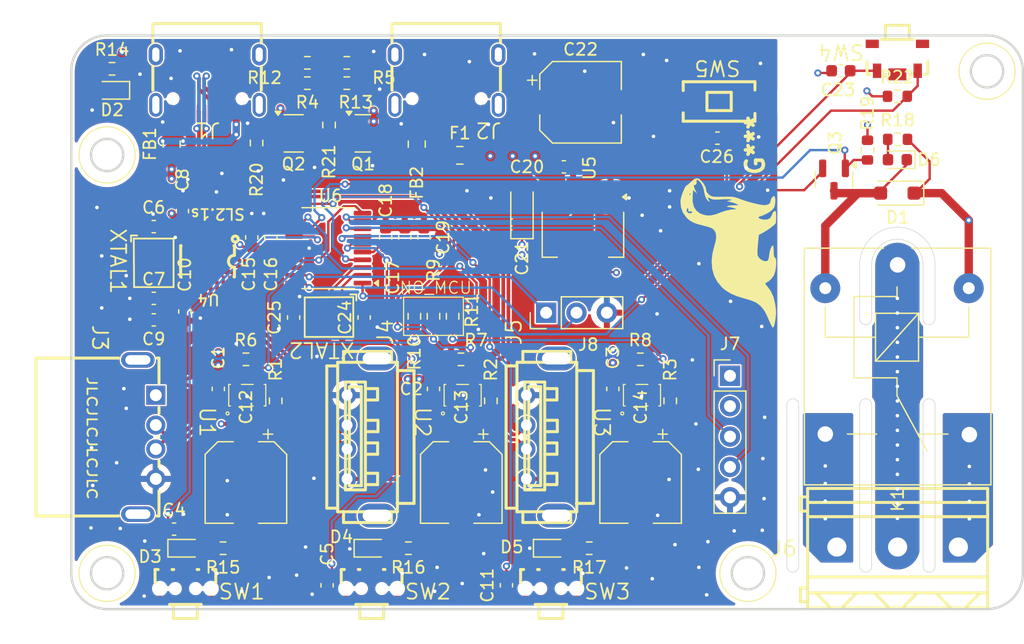
<source format=kicad_pcb>
(kicad_pcb (version 20240108) (generator "pcbnew") (generator_version "8.0")
  (title_block (date "2024-06-10") (rev "Rev3"))
  (layers (0 "F.Cu" signal) (1 "In1.Cu" signal) (2 "In2.Cu" signal) (31 "B.Cu" signal) (34 "B.Paste" user) (35 "F.Paste" user) (36 "B.SilkS" user "B.Silkscreen") (37 "F.SilkS" user "F.Silkscreen") (38 "B.Mask" user) (39 "F.Mask" user) (44 "Edge.Cuts" user))
  (net 0 "")
  (net 1 "GND")
  (net 2 "/VBUS")
  (net 3 "/SW1")
  (net 4 "/SW2")
  (net 5 "/XIN")
  (net 6 "/XOUT")
  (net 7 "Net-(U4-VDD33)")
  (net 8 "Net-(U4-VDD18)")
  (net 9 "/SW3")
  (net 10 "/VBUS1")
  (net 11 "/VBUS2")
  (net 12 "/VBUS3")
  (net 13 "+3.3V")
  (net 14 "/OSC_IN")
  (net 15 "/OSC_OUT")
  (net 16 "/NRST")
  (net 17 "Net-(D1-A)")
  (net 18 "Net-(D2-A)")
  (net 19 "Net-(D3-A)")
  (net 20 "Net-(D4-A)")
  (net 21 "Net-(D5-A)")
  (net 22 "Net-(D6-A)")
  (net 23 "VEXT")
  (net 24 "VUSB")
  (net 25 "Net-(FB1-Pad1)")
  (net 26 "Net-(FB2-Pad1)")
  (net 29 "/D+")
  (net 30 "/D-")
  (net 32 "Net-(J1-CC1)")
  (net 34 "Net-(J1-CC2)")
  (net 38 "Net-(J2-CC1)")
  (net 42 "Net-(J2-CC2)")
  (net 49 "/DN1")
  (net 50 "/DP1")
  (net 54 "/DP2")
  (net 55 "/DN2")
  (net 57 "/DP3")
  (net 59 "/DN3")
  (net 61 "/NC")
  (net 62 "/COM")
  (net 63 "/NO")
  (net 64 "/UART_RX")
  (net 65 "/UART_TX")
  (net 66 "/SWDIO")
  (net 67 "/SWCLK")
  (net 68 "Net-(Q1-G)")
  (net 69 "Net-(Q2A-B1)")
  (net 70 "/EN_RELAY")
  (net 71 "Net-(U1-SET)")
  (net 72 "Net-(U2-SET)")
  (net 73 "Net-(U3-SET)")
  (net 74 "/EN1")
  (net 75 "/EN2")
  (net 76 "/EN3")
  (net 77 "/BOOT0")
  (net 78 "/MCU_DN")
  (net 79 "/MCU_DP")
  (footprint "Resistor_SMD:R_0603_1608Metric" (layer "F.Cu") (at 136.9 123.9 180)
    (property "Reference" "R16")
    (property "Value" "330")
  )
  (footprint "PCB_NEW_PCB_2024-05-14:SSOP-16_L4.6-W2.6-P0.53-LS4.0-BL" (layer "F.Cu") (at 120.1 99.9 180)
    (property "Reference" "U4")
    (property "Value" "SL2.1s")
  )
  (footprint "Capacitor_SMD:C_0603_1608Metric" (layer "F.Cu") (at 138.2 97.9 90)
    (property "Reference" "C19")
    (property "Value" "1uF")
  )
  (footprint "Resistor_SMD:R_0603_1608Metric" (layer "F.Cu") (at 131.749 83.3 180)
    (property "Reference" "R5")
    (property "Value" "5.1k")
  )
  (footprint "PCBLIB_SOT-23-5_L3.0-W1.7-P0.95-LS2.8-BR_2024-05-18:SOT-23-5_L3.0-W1.7-P0.95-LS2.8-BR" (layer "F.Cu") (at 141.438 111.0998 -90)
    (property "Reference" "U2")
    (property "Value" "MT9700")
  )
  (footprint "Resistor_SMD:R_0603_1608Metric" (layer "F.Cu") (at 152.025 123.9 180)
    (property "Reference" "R17")
    (property "Value" "330")
  )
  (footprint "Capacitor_SMD:C_0603_1608Metric" (layer "F.Cu") (at 136.6 97.9 90)
    (property "Reference" "C17")
    (property "Value" "100nF")
  )
  (footprint "Diode_SMD:D_SOD-123F" (layer "F.Cu") (at 177.7975 94.2 180)
    (property "Reference" "D1")
    (property "Value" "1N4007")
  )
  (footprint "Capacitor_SMD:C_0603_1608Metric" (layer "F.Cu") (at 162.75 89.6 180)
    (property "Reference" "C26")
    (property "Value" "0.1uF")
  )
  (footprint "Resistor_SMD:R_0603_1608Metric" (layer "F.Cu") (at 125.8 111.5749 90)
    (property "Reference" "R1")
    (property "Value" "4.53k")
  )
  (footprint "Resistor_SMD:R_0603_1608Metric" (layer "F.Cu") (at 140.6 104.5 -90)
    (property "Reference" "R11")
    (property "Value" "0R")
  )
  (footprint "Resistor_SMD:R_0603_1608Metric" (layer "F.Cu") (at 123.3105 108.1 180)
    (property "Reference" "R6")
    (property "Value" "10k")
  )
  (footprint "Capacitor_SMD:C_0603_1608Metric" (layer "F.Cu") (at 115.6 104.8 180)
    (property "Reference" "C9")
    (property "Value" "10uF")
  )
  (footprint "PCBLIB_USB-C-SMD_TYPE-C-6PIN-2MD-073_2024-05-18:USB-C-SMD_TYPE-C-6PIN-2MD-073" (layer "F.Cu") (at 120.099 84.9885 180)
    (property "Reference" "J1")
    (property "Value" "USB_C_Signal")
  )
  (footprint "Resistor_SMD:R_0603_1608Metric" (layer "F.Cu") (at 131.749 85 180)
    (property "Reference" "R13")
    (property "Value" "5.1k")
  )
  (footprint "PCBLIB_SOT-23-5_L3.0-W1.7-P0.95-LS2.8-BR_2024-05-18:SOT-23-5_L3.0-W1.7-P0.95-LS2.8-BR" (layer "F.Cu") (at 123.4245 111.0998 -90)
    (property "Reference" "U1")
    (property "Value" "MT9700")
  )
  (footprint "PCBLIB_SW-SMD_GT-TC020B-H035-L05_2024-05-21:SW-SMD_GT-TC020B-H035-L05" (layer "F.Cu") (at 118.2499 126.95)
    (property "Reference" "SW1")
    (property "Value" "USB1")
  )
  (footprint "LED_SMD:LED_0603_1608Metric" (layer "F.Cu") (at 118.2699 123.9)
    (property "Reference" "D3")
    (property "Value" "USB1")
  )
  (footprint "Resistor_SMD:R_0603_1608Metric" (layer "F.Cu") (at 124.2 90 -90)
    (property "Reference" "R20")
    (property "Value" "10k")
  )
  (footprint "Capacitor_SMD:C_0603_1608Metric" (layer "F.Cu") (at 154 110.5747 -90)
    (property "Reference" "C3")
    (property "Value" "0.1uF")
  )
  (footprint "PCBLIB_SOT-23-5_L3.0-W1.7-P0.95-LS2.8-BR_2024-05-18:SOT-23-5_L3.0-W1.7-P0.95-LS2.8-BR" (layer "F.Cu") (at 156.438 111.0998 -90)
    (property "Reference" "U3")
    (property "Value" "MT9700")
  )
  (footprint "PCBLIB_USB-A-TH_AF-10.0-HC6.3_2024-05-20:USB-A-TH_AF-10.0-HC6.3" (layer "F.Cu") (at 115.0239 114.5999 -90)
    (property "Reference" "J3")
    (property "Value" "USB_A_1")
  )
  (footprint "PCBLIB_SW-SMD_GT-TC020B-H035-L05_2024-05-21:SW-SMD_GT-TC020B-H035-L05" (layer "F.Cu") (at 133.824 126.95)
    (property "Reference" "SW2")
    (property "Value" "USB2")
  )
  (footprint "Resistor_SMD:R_0603_1608Metric" (layer "F.Cu") (at 128.449 83.3)
    (property "Reference" "R12")
    (property "Value" "5.1k")
  )
  (footprint "PCBLIB_OSC-SMD_4P-L3.2-W2.5-BL_2024-05-18:OSC-SMD_4P-L3.2-W2.5-BL" (layer "F.Cu") (at 115.607784 100.0269 -90)
    (property "Reference" "XTAL1")
    (property "Value" "12MHz")
  )
  (footprint "Resistor_SMD:R_0603_1608Metric" (layer "F.Cu") (at 139 104.5 -90)
    (property "Reference" "R9")
    (property "Value" "0R")
  )
  (footprint "Package_TO_SOT_SMD:SOT-23" (layer "F.Cu") (at 172.5 93.0625 -90)
    (property "Reference" "Q3")
    (property "Value" "AO3400A")
  )
  (footprint "Resistor_SMD:R_0603_1608Metric" (layer "F.Cu") (at 112.1125 83.8 180)
    (property "Reference" "R14")
    (property "Value" "330")
  )
  (footprint "Resistor_SMD:R_0603_1608Metric" (layer "F.Cu") (at 175.3 90.6 90)
    (property "Reference" "R19")
    (property "Value" "10k")
  )
  (footprint "Capacitor_SMD:C_0603_1608Metric" (layer "F.Cu") (at 149.9 92)
    (property "Reference" "C20")
    (property "Value" "10uF")
  )
  (footprint "Resistor_SMD:R_0603_1608Metric" (layer "F.Cu") (at 121.4 123.9 180)
    (property "Reference" "R15")
    (property "Value" "330")
  )
  (footprint "Capacitor_SMD:C_0603_1608Metric" (layer "F.Cu") (at 173.075 83.9635 180)
    (property "Reference" "C23")
    (property "Value" "0.1uF")
  )
  (footprint "LOGO" (layer "F.Cu") (at 163.65 98.7 90)
    (property "Reference" "G***")
    (property "Value" "LOGO" (hide yes))
  )
  (footprint "Resistor_SMD:R_0603_1608Metric" (layer "F.Cu") (at 143.8 111.5749 90)
    (property "Reference" "R2")
    (property "Value" "4.53k")
  )
  (footprint "Package_TO_SOT_SMD:SOT-23-6" (layer "F.Cu") (at 127.3 89.2)
    (property "Reference" "Q2")
    (property "Value" "DMMT5401")
  )
  (footprint "Capacitor_SMD:C_0603_1608Metric" (layer "F.Cu") (at 115.6 103 180)
    (property "Reference" "C7")
    (property "Value" "20pF")
  )
  (footprint "Capacitor_SMD:C_0603_1608Metric" (layer "F.Cu") (at 145.1 127 -90)
    (property "Reference" "C11")
    (property "Value" "0.1uF")
  )
  (footprint "Connector_PinHeader_2.54mm:PinHeader_1x05_P2.54mm_Vertical" (layer "F.Cu") (at 163.8 109.48)
    (property "Reference" "J7")
    (property "Value" "Conn_UART")
  )
  (footprint "Package_TO_SOT_SMD:SOT-223-3_TabPin2" (layer "F.Cu") (at 151.5 97.65 -90)
    (property "Reference" "U5")
    (property "Value" "AMS1117-3.3")
  )
  (footprint "PCBLIB_SW-SMD_L6.0-W3.3-LS8.0_2024-05-19:SW-SMD_L6.0-W3.3-LS8.0" (layer "F.Cu") (at 162.75 86.55 180)
    (property "Reference" "SW5")
    (property "Value" "RESET")
  )
  (footprint "Relay_THT:Relay_SPDT_SANYOU_SRD_Series_Form_C" (layer "F.Cu") (at 177.82 100.2 -90)
    (property "Reference" "K1")
    (property "Value" "Relay")
  )
  (footprint "PCBLIB_USB-A-TH_USB-M-22_2024-05-19:USB-A-TH_USB-M-22" (layer "F.Cu") (at 133.0237 114.5999 90)
    (property "Reference" "J4")
    (property "Value" "USB_A_2")
  )
  (footprint "Capacitor_SMD:CP_Elec_6.3x7.7" (layer "F.Cu") (at 151.3 86.6)
    (property "Reference" "C22")
    (property "Value" "220uF")
  )
  (footprint "Package_TO_SOT_SMD:SOT-23" (layer "F.Cu") (at 133.1 89.2)
    (property "Reference" "Q1")
    (property "Value" "DMG2305UX")
  )
  (footprint "Capacitor_SMD:C_0603_1608Metric" (layer "F.Cu") (at 121 110.5747 -90)
    (property "Reference" "C1")
    (property "Value" "0.1uF")
  )
  (footprint "Capacitor_SMD:C_0603_1608Metric" (layer "F.Cu") (at 130.1 127 -90)
    (property "Reference" "C5")
    (property "Value" "0.1uF")
  )
  (footprint "Capacitor_SMD:C_0603_1608Metric" (layer "F.Cu") (at 127.3 104.6 90)
    (property "Reference" "C25")
    (property "Value" "20pF")
  )
  (footprint "LED_SMD:LED_0603_1608Metric" (layer "F.Cu") (at 133.844 123.9)
    (property "Reference" "D4")
    (property "Value" "USB2")
  )
  (footprint "Capacitor_SMD:C_0603_1608Metric" (layer "F.Cu") (at 133.2 104.6 -90)
    (property "Reference" "C24")
    (property "Value" "20pF")
  )
  (footprint "Package_SO:TSSOP-20_4.4x6.5mm_P0.65mm" (layer "F.Cu") (at 130.2 98.8 180)
    (property "Reference" "U6")
    (property "Value" "STM32F042F6Px")
  )
  (footprint "Capacitor_SMD:C_0603_1608Metric" (layer "F.Cu") (at 139 110.5747 -90)
    (property "Reference" "C2")
    (property "Value" "0.1uF")
  )
  (footprint "Capacitor_SMD:CP_Elec_6.3x7.7" (layer "F.Cu") (at 156.324 118.3999 -90)
    (property "Reference" "C14")
    (property "Value" "220uF")
  )
  (footprint "PCBLIB_CONN-TH_3P-P5.08_DB128L-5.08-3P-OG-S_2024-05-19:CONN-TH_3P-P5.08_DB128L-5.08-3P-OG-S" (layer "F.Cu") (at 177.82 123.8)
    (property "Reference" "J6")
    (property "Value" "Con_Relay")
  )
  (footprint "Capacitor_SMD:C_0603_1608Metric" (layer "F.Cu") (at 115.6 97)
    (property "Reference" "C6")
    (property "Value" "20pF")
  )
  (footprint "Resistor_SMD:R_0603_1608Metric" (layer "F.Cu") (at 141.3 108.1 180)
    (property "Reference" "R7")
    (property "Value" "10k")
  )
  (footprint "PCBLIB_USB-A-TH_USB-M-22_2024-05-19:USB-A-TH_USB-M-22" (layer "F.Cu") (at 148.0237 114.5999 90)
    (property "Reference" "J5")
    (property "Value" "USB_A_3")
  )
  (footprint "Resistor_SMD:R_0603_1608Metric" (layer "F.Cu") (at 156.3 108.1 180)
    (property "Reference" "R8")
    (property "Value" "10k")
  )
  (footprint "Resistor_SMD:R_0603_1608Metric" (layer "F.Cu") (at 177.82 89.7 180)
    (property "Reference" "R18")
    (property "Value" "330")
  )
  (footprint "LED_SMD:LED_0603_1608Metric" (layer "F.Cu") (at 112.1 85.6 180)
    (property "Reference" "D2")
    (property "Value" "POWER")
  )
  (footprint "Capacitor_SMD:C_0603_1608Metric" (layer "F.Cu") (at 125.4 97.9 90)
    (property "Reference" "C16")
    (property "Value" "100nF")
  )
  (footprint "PCBLIB_SW-SMD_GT-TC020B-H035-L05_2024-05-21:SW-SMD_GT-TC020B-H035-L05" (layer "F.Cu") (at 148.824 126.95)
    (property "Reference" "SW3")
    (property "Value" "USB3")
  )
  (footprint "PCBLIB_OSC-SMD_4P-L3.2-W2.5-BL_2024-05-18:OSC-SMD_4P-L3.2-W2.5-BL" (layer "F.Cu") (at 130.2606 104.575 180)
    (property "Reference" "XTAL2")
    (property "Value" "12MHz")
  )
  (footprint "Capacitor_Tantalum_SMD:CP_EIA-3216-10_Kemet-I" (layer "F.Cu") (at 146.4 95.7 90)
    (property "Reference" "C21")
    (property "Value" "22uF")
  )
  (footprint "Resistor_SMD:R_0603_1608Metric" (layer "F.Cu") (at 130.265 88.5 90)
    (property "Reference" "R21")
    (property "Value" "47k")
  )
  (footprint "Resistor_SMD:R_0603_1608Metric" (layer "F.Cu") (at 128.449 85)
    (property "Reference" "R4")
    (property "Value" "5.1k")
  )
  (footprint "Capacitor_SMD:CP_Elec_6.3x7.7" (layer "F.Cu") (at 123.3105 118.3999 -90)
    (property "Reference" "C12")
    (property "Value" "220uF")
  )
  (footprint "LED_SMD:LED_0603_1608Metric" (layer "F.Cu") (at 177.8 91.4 180)
    (property "Reference" "D6")
    (property "Value" "RELAY")
  )
  (footprint "LED_SMD:LED_0603_1608Metric" (layer "F.Cu") (at 148.844 123.9)
    (property "Reference" "D5")
    (property "Value" "USB3")
  )
  (footprint "PCBLIB_USB-C-SMD_TYPE-C-6PIN-2MD-073_2024-05-18:USB-C-SMD_TYPE-C-6PIN-2MD-073" (layer "F.Cu") (at 140.099 84.9885 180)
    (property "Reference" "J2")
    (property "Value" "USB_C_Signal")
  )
  (footprint "Fuse:Fuse_0805_2012Metric" (layer "F.Cu") (at 117.1 90.1 -90)
    (property "Reference" "FB1")
    (property "Value" "BLM21PG221SN1D")
  )
  (footprint "Capacitor_SMD:C_0805_2012Metric" (layer "F.Cu") (at 141.2 91.0375)
    (property "Reference" "F1")
    (property "Value" "Polyfuse")
  )
  (footprint "Resistor_SMD:R_0603_1608Metric" (layer "F.Cu") (at 177.8 86.1 180)
    (property "Reference" "R22")
    (property "Value" "10k")
  )
  (footprint "Capacitor_SMD:C_0603_1608Metric" (layer "F.Cu") (at 118.2 104.1 -90)
    (property "Reference" "C10")
    (property "Value" "10uF")
  )
  (footprint "Capacitor_SMD:C_0603_1608Metric" (layer "F.Cu") (at 135 97.9 90)
    (property "Reference" "C18")
    (property "Value" "10nF")
  )
  (footprint "Connector_PinHeader_2.54mm:PinHeader_1x03_P2.54mm_Vertical" (layer "F.Cu") (at 148.42 104.2 90)
    (property "Reference" "J8")
    (property "Value" "Conn_Debug")
  )
  (footprint "PCBLIB_SW-SMD_GT-TC020B-H035-L05_2024-05-21:SW-SMD_GT-TC020B-H035-L05" (layer "F.Cu") (at 177.8 82.9885 180)
    (property "Reference" "SW4")
    (property "Value" "BOOT0")
  )
  (footprint "Resistor_SMD:R_0603_1608Metric" (layer "F.Cu") (at 158.8 111.5749 90)
    (property "Reference" "R3")
    (property "Value" "4.53k")
  )
  (footprint "Capacitor_SMD:C_0603_1608Metric" (layer "F.Cu") (at 117.3 122.3)
    (property "Reference" "C4")
    (property "Value" "0.1uF")
  )
  (footprint "Capacitor_SMD:C_0603_1608Metric" (layer "F.Cu") (at 123.8 97.9 90)
    (property "Reference" "C15")
    (property "Value" "4.7uF")
  )
  (footprint "Capacitor_SMD:CP_Elec_6.3x7.7" (layer "F.Cu") (at 141.324 118.3999 -90)
    (property "Reference" "C13")
    (property "Value" "220uF")
  )
  (footprint "Resistor_SMD:R_0603_1608Metric" (layer "F.Cu") (at 137.4 104.5 -90)
    (property "Reference" "R10")
    (property "Value" "0R")
  )
  (footprint "Fuse:Fuse_0805_2012Metric" (layer "F.Cu") (at 137.6 90.1 -90)
    (property "Reference" "FB2")
    (property "Value" "BLM21PG221SN1D")
  )
  (footprint "Capacitor_SMD:C_0603_1608Metric" (layer "F.Cu") (at 118 95.7 90)
    (property "Reference" "C8")
    (property "Value" "10uF")
  )
  (gr_rect (start 136.5 102.9) (end 141.5 106.1) (stroke (width 0.1)) (fill none) (layer "F.SilkS"))
  (gr_circle (center 185.3 84) (end 187.65 84) (stroke (width 0.1)) (fill none) (layer "F.SilkS"))
  (gr_circle (center 111.7 126) (end 114.05 126) (stroke (width 0.1)) (fill none) (layer "F.SilkS"))
  (gr_circle (center 111.7 91) (end 114.05 91) (stroke (width 0.1)) (fill none) (layer "F.SilkS"))
  (gr_circle (center 165.3 126) (end 167.65 126) (stroke (width 0.1)) (fill none) (layer "F.SilkS"))
  (gr_line (start 179.95 111.9) (end 179.95 125.4) (stroke (width 0.05)) (layer "Edge.Cuts"))
  (gr_arc (start 169.55 125.4) (mid 169.05 125.9) (end 168.55 125.4) (stroke (width 0.05)) (layer "Edge.Cuts"))
  (gr_line (start 111.7 81.01) (end 185.3 81.01) (stroke (width 0.2)) (layer "Edge.Cuts"))
  (gr_line (start 175.65 100.2) (end 175.65 104.7) (stroke (width 0.05)) (layer "Edge.Cuts"))
  (gr_circle (center 185.3 84.01) (end 186.65 84.01) (stroke (width 0.2)) (fill none) (layer "Edge.Cuts"))
  (gr_line (start 180.95 111.9) (end 180.95 125.4) (stroke (width 0.05)) (layer "Edge.Cuts"))
  (gr_arc (start 174.65 100.2) (mid 177.8 97.05) (end 180.95 100.2) (stroke (width 0.05)) (layer "Edge.Cuts"))
  (gr_line (start 174.65 111.9) (end 174.65 125.4) (stroke (width 0.05)) (layer "Edge.Cuts"))
  (gr_line (start 168.55 125.4) (end 168.55 111.9) (stroke (width 0.05)) (layer "Edge.Cuts"))
  (gr_line (start 185.3 128.99) (end 111.7 128.99) (stroke (width 0.2)) (layer "Edge.Cuts"))
  (gr_arc (start 180.95 104.7) (mid 180.45 105.2) (end 179.95 104.7) (stroke (width 0.05)) (layer "Edge.Cuts"))
  (gr_arc (start 168.55 111.9) (mid 169.05 111.4) (end 169.55 111.9) (stroke (width 0.05)) (layer "Edge.Cuts"))
  (gr_line (start 175.65 111.9) (end 175.65 125.4) (stroke (width 0.05)) (layer "Edge.Cuts"))
  (gr_line (start 180.95 104.7) (end 180.95 100.2) (stroke (width 0.05)) (layer "Edge.Cuts"))
  (gr_arc (start 179.95 111.9) (mid 180.45 111.4) (end 180.95 111.9) (stroke (width 0.05)) (layer "Edge.Cuts"))
  (gr_line (start 108.7 125.99) (end 108.7 84.01) (stroke (width 0.2)) (layer "Edge.Cuts"))
  (gr_line (start 174.65 104.7) (end 174.65 100.2) (stroke (width 0.05)) (layer "Edge.Cuts"))
  (gr_arc (start 175.65 104.7) (mid 175.15 105.2) (end 174.65 104.7) (stroke (width 0.05)) (layer "Edge.Cuts"))
  (gr_arc (start 111.7 128.99) (mid 109.57868 128.11132) (end 108.7 125.99) (stroke (width 0.2)) (layer "Edge.Cuts"))
  (gr_circle (center 111.7 91.01) (end 113.05 91.01) (stroke (width 0.2)) (fill none) (layer "Edge.Cuts"))
  (gr_arc (start 188.3 125.99) (mid 187.42132 128.11132) (end 185.3 128.99) (stroke (width 0.2)) (layer "Edge.Cuts"))
  (gr_line (start 169.55 111.9) (end 169.55 125.4) (stroke (width 0.05)) (layer "Edge.Cuts"))
  (gr_circle (center 111.7 125.99) (end 113.05 125.99) (stroke (width 0.2)) (fill none) (layer "Edge.Cuts"))
  (gr_arc (start 175.65 100.2) (mid 177.8 98.05) (end 179.95 100.2) (stroke (width 0.05)) (layer "Edge.Cuts"))
  (gr_arc (start 175.65 125.4) (mid 175.15 125.9) (end 174.65 125.4) (stroke (width 0.05)) (layer "Edge.Cuts"))
  (gr_line (start 179.95 100.2) (end 179.95 104.7) (stroke (width 0.05)) (layer "Edge.Cuts"))
  (gr_arc (start 108.7 84.01) (mid 109.57868 81.88868) (end 111.7 81.01) (stroke (width 0.2)) (layer "Edge.Cuts"))
  (gr_arc (start 185.3 81.01) (mid 187.42132 81.88868) (end 188.3 84.01) (stroke (width 0.2)) (layer "Edge.Cuts"))
  (gr_circle (center 165.3 125.99) (end 166.65 125.99) (stroke (width 0.2)) (fill none) (layer "Edge.Cuts"))
  (gr_arc (start 180.95 125.4) (mid 180.45 125.9) (end 179.95 125.4) (stroke (width 0.05)) (layer "Edge.Cuts"))
  (gr_arc (start 174.65 111.9) (mid 175.15 111.4) (end 175.65 111.9) (stroke (width 0.05)) (layer "Edge.Cuts"))
  (gr_line (start 188.3 84.01) (end 188.3 125.99) (stroke (width 0.2)) (layer "Edge.Cuts"))
  (gr_text "NO_MCU" (at 136.1 102.7 0) (layer "F.SilkS") (effects (font (size 1 1) (thickness 0.1)) (justify left bottom)))
  (gr_text "JLCJLCJLCJLC" (at 109.95 109.45 -90) (layer "F.SilkS") (effects (font (size 0.8 1)) (justify left bottom)))
  (segment (start 123.4 111.2) (end 123.4 109.0145) (width 0.2) (layer "F.Cu") (net 1))
  (segment (start 125.4 96.5) (end 124.8 95.9) (width 0.2) (layer "F.Cu") (net 1))
  (segment (start 172.3 84.15) (end 171.15 84.15) (width 0.2) (layer "F.Cu") (net 1))
  (segment (start 116.899 87.3635) (end 116.899 87.701) (width 0.2) (layer "F.Cu") (net 1))
  (segment (start 156.4 109.025) (end 155.475 108.1) (width 0.2) (layer "F.Cu") (net 1))
  (segment (start 117.4824 123.9) (end 117.4824 122.8926) (width 0.2) (layer "F.Cu") (net 1))
  (segment (start 116.482784 98.817216) (end 117.4 97.9) (width 0.2) (layer "F.Cu") (net 1))
  (segment (start 153.8 94.5) (end 155.25 94.5) (width 0.2) (layer "F.Cu") (net 1))
  (segment (start 118.245 98.0999) (end 117.5999 98.0999) (width 0.2) (layer "F.Cu") (net 1))
  (segment (start 141.5 111.1) (end 141.5 109.125) (width 0.2) (layer "F.Cu") (net 1))
  (segment (start 129.1605 103.7) (end 128.15 103.7) (width 0.2) (layer "F.Cu") (net 1))
  (segment (start 119.275 104.875) (end 119.5 104.65) (width 0.2) (layer "F.Cu") (net 1))
  (segment (start 116.482784 97.107784) (end 116.375 97) (width 0.2) (layer "F.Cu") (net 1))
  (segment (start 121.7501 121.0999) (end 121.75 121.1) (width 0.2) (layer "F.Cu") (net 1))
  (segment (start 170 93.95) (end 171.55 92.4) (width 0.2) (layer "F.Cu") (net 1))
  (segment (start 114.825 104.8) (end 113.65 104.8) (width 0.2) (layer "F.Cu") (net 1))
  (segment (start 122.4855 108.1) (end 122.4855 106.8145) (width 0.2) (layer "F.Cu") (net 1))
  (segment (start 142.7999 121.0999) (end 142.8 121.1) (width 0.2) (layer "F.Cu") (net 1))
  (segment (start 136.899 87.801) (end 136.3 88.4) (width 0.2) (layer "F.Cu") (net 1))
  (segment (start 132.05 123.9) (end 132 123.95) (width 0.2) (layer "F.Cu") (net 1))
  (segment (start 156.324 121.0999) (end 157.6999 121.0999) (width 0.2) (layer "F.Cu") (net 1))
  (segment (start 161.975 89.6) (end 161.8 89.6) (width 0.2) (layer "F.Cu") (net 1))
  (segment (start 141.438 111.162) (end 141.5 111.1) (width 0.2) (layer "F.Cu") (net 1))
  (segment (start 128.875 127.775) (end 128.85 127.75) (width 0.2) (layer "F.Cu") (net 1))
  (segment (start 123.4 109.0145) (end 122.4855 108.1) (width 0.2) (layer "F.Cu") (net 1))
  (segment (start 161.8 89.6) (end 158.75 86.55) (width 0.2) (layer "F.Cu") (net 1))
  (segment (start 123.299 87.3635) (end 123.299 88.199) (width 0.2) (layer "F.Cu") (net 1))
  (segment (start 114.825 103) (end 113.6 103) (width 0.2) (layer "F.Cu") (net 1))
  (segment (start 175.3 89.775) (end 175.3 88.5) (width 0.2) (layer "F.Cu") (net 1))
  (segment (start 128.15 103.7) (end 128.15 103.2) (width 0.2) (layer "F.Cu") (net 1))
  (segment (start 141.324 121.0999) (end 142.7999 121.0999) (width 0.2) (layer "F.Cu") (net 1))
  (segment (start 116.482784 98.9268) (end 116.482784 98.817216) (width 0.2) (layer "F.Cu") (net 1))
  (segment (start 118.075 121.075) (end 118.1 121.05) (width 0.2) (layer "F.Cu") (net 1))
  (segment (start 127.425 103.7) (end 127.3 103.825) (width 0.2) (layer "F.Cu") (net 1))
  (segment (start 117.5999 98.0999) (end 117.4 97.9) (width 0.2) (layer "F.Cu") (net 1))
  (segment (start 116.899 87.701) (end 116.35 88.25) (width 0.2) (layer "F.Cu") (net 1))
  (segment (start 151.475 125.975) (end 151.5 126) (width 0.2) (layer "F.Cu") (net 1))
  (segment (start 134.275 105.375) (end 134.3 105.4) (width 0.2) (layer "F.Cu") (net 1))
  (segment (start 113.65 104.8) (end 113.6 104.75) (width 0.2) (layer "F.Cu") (net 1))
  (segment (start 131.3607 105.45) (end 133.125 105.45) (width 0.2) (layer "F.Cu") (net 1))
  (segment (start 123.4245 112.3999) (end 123.4245 111.2245) (width 0.2) (layer "F.Cu") (net 1))
  (segment (start 143.299 87.3635) (end 143.299 88.149) (width 0.2) (layer "F.Cu") (net 1))
  (segment (start 116.375 96.775) (end 116.375 97) (width 0.2) (layer "F.Cu") (net 1))
  (segment (start 136.899 87.3635) (end 136.899 87.801) (width 0.2) (layer "F.Cu") (net 1))
  (segment (start 136.375 125.975) (end 136.4 126) (width 0.2) (layer "F.Cu") (net 1))
  (segment (start 166.95 93.95) (end 170 93.95) (width 0.2) (layer "F.Cu") (net 1))
  (segment (start 118.05 94) (end 118.05 94.875) (width 0.2) (layer "F.Cu") (net 1))
  (segment (start 118.075 122.3) (end 118.075 121.075) (width 0.2) (layer "F.Cu") (net 1))
  (segment (start 125.4 97.125) (end 125.4 96.5) (width 0.2) (layer "F.Cu") (net 1))
  (segment (start 155.25 94.5) (end 155.35 94.6) (width 0.2) (layer "F.Cu") (net 1))
  (segment (start 141.438 112.3999) (end 141.438 111.162) (width 0.2) (layer "F.Cu") (net 1))
  (segment (start 143.299 88.149) (end 143.6 88.45) (width 0.2) (layer "F.Cu") (net 1))
  (segment (start 156.438 111.238) (end 156.4 111.2) (width 0.2) (layer "F.Cu") (net 1))
  (segment (start 123.299 88.199) (end 123.45 88.35) (width 0.2) (layer "F.Cu") (net 1))
  (segment (start 128.6 98.8) (end 128.275 98.475) (width 0.2) (layer "F.Cu") (net 1))
  (segment (start 128.275 98.475) (end 127.3375 98.475) (width 0.2) (layer "F.Cu") (net 1))
  (segment (start 123.8 97.125) (end 123.8 95.9) (width 0.2) (layer "F.Cu") (net 1))
  (segment (start 116.482784 98.9268) (end 116.482784 97.107784) (width 0.2) (layer "F.Cu") (net 1))
  (segment (start 114.732784 101.127) (end 113.327 101.127) (width 0.2) (layer "F.Cu") (net 1))
  (segment (start 133.125 105.45) (end 133.2 105.375) (width 0.2) (layer "F.Cu") (net 1))
  (segment (start 141.5 109.125) (end 140.475 108.1) (width 0.2) (layer "F.Cu") (net 1))
  (segment (start 123.4245 111.2245) (end 123.4 111.2) (width 0.2) (layer "F.Cu") (net 1))
  (segment (start 115.55 95.95) (end 116.375 96.775) (width 0.2) (layer "F.Cu") (net 1))
  (segment (start 176.975 86.1) (end 175.7 86.1) (width 0.2) (layer "F.Cu") (net 1))
  (segment (start 154 88.25) (end 154.05 88.3) (width 0.2) (layer "F.Cu") (net 1))
  (segment (start 113.327 101.127) (end 113.3 101.1) (width 0.2) (layer "F.Cu") (net 1))
  (segment (start 150.524 125.975) (end 151.475 125.975) (width 0.2) (layer "F.Cu") (net 1))
  (segment (start 135.524 125.975) (end 136.375 125.975) (width 0.2) (layer "F.Cu") (net 1))
  (segment (start 156.4 111.2) (end 156.4 109.025) (width 0.2) (layer "F.Cu") (net 1))
  (segment (start 117.4824 122.8926) (end 118.075 122.3) (width 0.2) (layer "F.Cu") (net 1))
  (segment (start 148.0565 123.9) (end 147.05 123.9) (width 0.2) (layer "F.Cu") (net 1))
  (segment (start 157.6999 121.0999) (end 157.75 121.15) (width 0.2) (layer "F.Cu") (net 1))
  (segment (start 128.15 103.7) (end 127.425 103.7) (width 0.2) (layer "F.Cu") (net 1))
  (segment (start 171.55 92.4) (end 171.55 92.125) (width 0.2) (layer "F.Cu") (net 1))
  (segment (start 119.9499 125.975) (end 120.875 125.975) (width 0.2) (layer "F.Cu") (net 1))
  (segment (start 133.0565 123.9) (end 132.05 123.9) (width 0.2) (layer "F.Cu") (net 1))
  (segment (start 156.438 112.3999) (end 156.438 111.238) (width 0.2) (layer "F.Cu") (net 1))
  (segment (start 118.05 94.875) (end 118 94.925) (width 0.2) (layer "F.Cu") (net 1))
  (segment (start 130.1 127.775) (end 128.875 127.775) (width 0.2) (layer "F.Cu") (net 1))
  (segment (start 118.2 104.875) (end 119.275 104.875) (width 0.2) (layer "F.Cu") (net 1))
  (segment (start 128.15 103.2) (end 127.8 102.85) (width 0.2) (layer "F.Cu") (net 1))
  (segment (start 120.875 125.975) (end 120.9 126) (width 0.2) (layer "F.Cu") (net 1))
  (segment (start 175.7 86.1) (end 175.25 85.65) (width 0.2) (layer "F.Cu") (net 1))
  (segment (start 154 86.6) (end 154 88.25) (width 0.2) (layer "F.Cu") (net 1))
  (segment (start 123.3105 121.0999) (end 121.7501 121.0999) (width 0.2) (layer "F.Cu") (net 1))
  (segment (start 122.4855 106.8145) (end 122.5 106.8) (width 0.2) (layer "F.Cu") (net 1))
  (segment (start 133.2 105.375) (end 134.275 105.375) (width 0.2) (layer "F.Cu") (net 1))
  (via (at 136.3 88.4) (size 0.6) (drill 0.3) (layers "F.Cu" "B.Cu") (net 1))
  (via (at 142 83.2) (size 0.6) (drill 0.3) (layers "F.Cu" "B.Cu") (net 1))
  (via (at 143.6 88.45) (size 0.6) (drill 0.3) (layers "F.Cu" "B.Cu") (net 1))
  (via (at 128.85 127.75) (size 0.6) (drill 0.3) (layers "F.Cu" "B.Cu") (net 1))
  (via (at 166.5 122.4) (size 0.6) (drill 0.3) (layers "F.Cu" "B.Cu") (net 1))
  (via (at 110.45 87.25) (size 0.6) (drill 0.3) (layers "F.Cu" "B.Cu") (net 1))
  (via (at 165.15 92.1) (size 0.6) (drill 0.3) (layers "F.Cu" "B.Cu") (net 1))
  (via (at 127.8 102.85) (size 0.6) (drill 0.3) (layers "F.Cu" "B.Cu") (net 1))
  (via (at 163.85 103.25) (size 0.6) (drill 0.3) (layers "F.Cu" "B.Cu") (net 1))
  (via (at 112.8 122.25) (size 0.6) (drill 0.3) (layers "F.Cu" "B.Cu") (net 1))
  (via (at 143.8 94.6) (size 0.6) (drill 0.3) (layers "F.Cu" "B.Cu") (net 1))
  (via (at 158.7 118.15) (size 0.6) (drill 0.3) (layers "F.Cu" "B.Cu") (net 1))
  (via (at 160.95 113.5) (size 0.6) (drill 0.3) (layers "F.Cu" "B.Cu") (net 1))
  (via (at 126.05 105.55) (size 0.6) (drill 0.3) (layers "F.Cu" "B.Cu") (net 1))
  (via (at 129 118.05) (size 0.6) (drill 0.3) (layers "F.Cu" "B.Cu") (net 1))
  (via (at 175.25 85.65) (size 0.6) (drill 0.3) (layers "F.Cu" "B.Cu") (net 1))
  (via (at 120.9 126) (size 0.6) (drill 0.3) (layers "F.Cu" "B.Cu") (net 1))
  (via (at 120.85 94.1) (size 0.6) (drill 0.3) (layers "F.Cu" "B.Cu") (net 1))
  (via (at 166.7 112.95) (size 0.6) (drill 0.3) (layers "F.Cu" "B.Cu") (net 1))
  (via (at 157.3 126.45) (size 0.6) (drill 0.3) (layers "F.Cu" "B.Cu") (net 1))
  (via (at 141.4 126.85) (size 0.6) (drill 0.3) (layers "F.Cu" "B.Cu") (net 1))
  (via (at 119.5 104.65) (size 0.6) (drill 0.3) (layers "F.Cu" "B.Cu") (net 1))
  (via (at 114.45 84.25) (size 0.6) (drill 0.3) (layers "F.Cu" "B.Cu") (net 1))
  (via (at 154.05 88.3) (size 0.6) (drill 0.3) (layers "F.Cu" "B.Cu") (net 1))
  (via (at 166.55 116.4) (size 0.6) (drill 0.3) (layers "F.Cu" "B.Cu") (net 1))
  (via (at 142.8 121.1) (size 0.6) (drill 0.3) (layers "F.Cu" "B.Cu") (net 1))
  (via (at 113.3 112.2) (size 0.6) (drill 0.3) (layers "F.Cu" "B.Cu") (net 1))
  (via (at 142.75 105.6) (size 0.6) (drill 0.3) (layers "F.Cu" "B.Cu") (net 1))
  (via (at 156.4 111.2) (size 0.6) (drill 0.3) (layers "F.Cu" "B.Cu") (net 1))
  (via (at 124.8 95.9) (size 0.6) (drill 0.3) (layers "F.Cu" "B.Cu") (net 1))
  (via (at 110.4 115.5) (size 0.6) (drill 0.3) (layers "F.Cu" "B.Cu") (net 1))
  (via (at 157.75 121.15) (size 0.6) (drill 0.3) (layers "F.Cu" "B.Cu") (net 1))
  (via (at 116.35 88.25) (size 0.6) (drill 0.3) (layers "F.Cu" "B.Cu") (net 1))
  (via (at 151.5 126) (size 0.6) (drill 0.3) (layers "F.Cu" "B.Cu") (net 1))
  (via (at 141.5 111.1) (size 0.6) (drill 0.3) (layers "F.Cu" "B.Cu") (net 1))
  (via (at 134 82.35) (size 0.6) (drill 0.3) (layers "F.Cu" "B.Cu") (net 1))
  (via (at 117.4 97.9) (size 0.6) (drill 0.3) (layers "F.Cu" "B.Cu") (net 1))
  (via (at 143.35 117.35) (size 0.6) (drill 0.3) (layers "F.Cu" "B.Cu") (net 1))
  (via (at 147.45 82.55) (size 0.6) (drill 0.3) (layers "F.Cu" "B.Cu") (net 1))
  (via (at 122.95 127.5) (size 0.6) (drill 0.3) (layers "F.Cu" "B.Cu") (net 1))
  (via (at 141.8 94) (size 0.6) (drill 0.3) (layers "F.Cu" "B.Cu") (net 1))
  (via (at 110.5 118.65) (size 0.6) (drill 0.3) (layers "F.Cu" "B.Cu") (net 1))
  (via (at 123.8 95.9) (size 0.6) (drill 0.3) (layers "F.Cu" "B.Cu") (net 1))
  (via (at 139.3 125.5) (size 0.6) (drill 0.3) (layers "F.Cu" "B.Cu") (net 1))
  (via (at 134.3 105.4) (size 0.6) (drill 0.3) (layers "F.Cu" "B.Cu") (net 1))
  (via (at 117.05 84.6) (size 0.6) (drill 0.3) (layers "F.Cu" "B.Cu") (net 1))
  (via (at 132 123.95) (size 0.6) (drill 0.3) (layers "F.Cu" "B.Cu") (net 1))
  (via (at 114.85 123.3) (size 0.6) (drill 0.3) (layers "F.Cu" "B.Cu") (net 1))
  (via (at 158 97.35) (size 0.6) (drill 0.3) (layers "F.Cu" "B.Cu") (net 1))
  (via (at 155.35 94.6) (size 0.6) (drill 0.3) (layers "F.Cu" "B.Cu") (net 1))
  (via (at 158.75 94) (size 0.6) (drill 0.3) (layers "F.Cu" "B.Cu") (net 1))
  (via (at 166.2 89.5) (size 0.6) (drill 0.3) (layers "F.Cu" "B.Cu") (net 1))
  (via (at 110.85 95.4) (size 0.6) (drill 0.3) (layers "F.Cu" "B.Cu") (net 1))
  (via (at 118.05 94) (size 0.6) (drill 0.3) (layers "F.Cu" "B.Cu") (net 1))
  (via (at 127.55 126.15) (size 0.6) (drill 0.3) (layers "F.Cu" "B.Cu") (net 1))
  (via (at 161.2 100.1) (size 0.6) (drill 0.3) (layers "F.Cu" "B.Cu") (net 1))
  (via (at 160.65 108.15) (size 0.6) (drill 0.3) (layers "F.Cu" "B.Cu") (net 1))
  (via (at 158.5 83.1) (size 0.6) (drill 0.3) (layers "F.Cu" "B.Cu") (net 1))
  (via (at 133.9 91.9) (size 0.6) (drill 0.3) (layers "F.Cu" "B.Cu") (net 1))
  (via (at 122.5 106.8) (size 0.6) (drill 0.3) (layers "F.Cu" "B.Cu") (net 1))
  (via (at 128.3 123.8) (size 0.6) (drill 0.3) (layers "F.Cu" "B.Cu") (net 1))
  (via (at 110.35 122.2) (size 0.6) (drill 0.3) (layers "F.Cu" "B.Cu") (net 1))
  (via (at 157.4 89.45) (size 0.6) (drill 0.3) (layers "F.Cu" "B.Cu") (net 1))
  (via (at 123.45 88.35) (size 0.6) (drill 0.3) (layers "F.Cu" "B.Cu") (net 1))
  (via (at 151.65 84) (size 0.6) (drill 0.3) (layers "F.Cu" "B.Cu") (net 1))
  (via (at 125.25 126.35) (size 0.6) (drill 0.3) (layers "F.Cu" "B.Cu") (net 1))
  (via (at 113.6 104.75) (size 0.6) (drill 0.3) (layers "F.Cu" "B.Cu") (net 1))
  (via (at 121.75 121.1) (size 0.6) (drill 0.3) (layers "F.Cu" "B.Cu") (net 1))
  (via (at 166.95 93.95) (size 0.6) (drill 0.3) (layers "F.Cu" "B.Cu") (net 1))
  (via (at 138.25 82.6) (size 0.6) (drill 0.3) (layers "F.Cu" "B.Cu") (net 1))
  (via (at 164.15 122.45) (size 0.6) (drill 0.3) (layers "F.Cu" "B.Cu") (net 1))
  (via (at 147.05 123.9) (size 0.6) (drill 0.3) (layers "F.Cu" "B.Cu") (net 1))
  (via (at 113.6 103) (size 0.6) (drill 0.3) (layers "F.Cu" "B.Cu") (net 1))
  (via (at 118.1 121.05) (size 0.6) (drill 0.3) (layers "F.Cu" "B.Cu") (net 1))
  (via (at 111.25 99.45) (size 0.6) (drill 0.3) (layers "F.Cu" "B.Cu") (net 1))
  (via (at 166.65 119.75) (size 0.6) (drill 0.3) (layers "F.Cu" "B.Cu") (net 1))
  (via (at 122.1 82.2) (size 0.6) (drill 0.3) (layers "F.Cu" "B.Cu") (net 1))
  (via (at 175.3 88.5) (size 0.6) (drill 0.3) (layers "F.Cu" "B.Cu") (net 1))
  (via (at 166.45 105.35) (size 0.6) (drill 0.3) (layers "F.Cu" "B.Cu") (net 1))
  (via (at 113.1 110.55) (size 0.6) (drill 0.3) (layers "F.Cu" "B.Cu") (net 1))
  (via (at 115.55 95.95) (size 0.6) (drill 0.3) (layers "F.Cu" "B.Cu") (net 1))
  (via (at 114.8 127.9) (size 0.6) (drill 0.3) (layers "F.Cu" "B.Cu") (net 1))
  (via (at 117.8 82.3) (size 0.6) (drill 0.3) (layers "F.Cu" "B.Cu") (net 1))
  (via (at 129.25 107.85) (size 0.6) (drill 0.3) (layers "F.Cu" "B.Cu") (net 1))
  (via (at 134.5 85.5) (size 0.6) (drill 0.3) (layers "F.Cu" "B.Cu") (net 1))
  (via (at 121.3 92.55) (size 0.6) (drill 0.3) (layers "F.Cu" "B.Cu") (net 1))
  (via (at 111.25 103.8) (size 0.6) (drill 0.3) (layers "F.Cu" "B.Cu") (net 1))
  (via (at 139.1 127.5) (size 0.6) (drill 0.3) (layers "F.Cu" "B.Cu") (net 1))
  (via (at 124.35 92.35) (size 0.6) (drill 0.3) (layers "F.Cu" "B.Cu") (net 1))
  (via (at 158.75 95.35) (size 0.6) (drill 0.3) (layers "F.Cu" "B.Cu") (net 1))
  (via (at 123.4 111.2) (size 0.6) (drill 0.3) (layers "F.Cu" "B.Cu") (net 1))
  (via (at 136.4 126) (size 0.6) (drill 0.3) (layers "F.Cu" "B.Cu") (net 1))
  (via (at 121.75 118.25) (size 0.6) (drill 0.3) (layers "F.Cu" "B.Cu") (net 1))
  (via (at 171.15 84.15) (size 0.6) (drill 0.3) (layers "F.Cu" "B.Cu") (net 1))
  (via (at 118.45 93.05) (size 0.6) (drill 0.3) (layers "F.Cu" "B.Cu") (net 1))
  (via (at 157.7 104.3) (size 0.6) (drill 0.3) (layers "F.Cu" "B.Cu") (net 1))
  (via (at 112.5 116.75) (size 0.6) (drill 0.3) (layers "F.Cu" "B.Cu") (net 1))
  (via (at 156.45 96.05) (size 0.6) (drill 0.3) (layers "F.Cu" "B.Cu") (net 1))
  (via (at 143.2 124.35) (size 0.6) (drill 0.3) (layers "F.Cu" "B.Cu") (net 1))
  (via (at 156.55 82.6) (size 0.6) (drill 0.3) (layers "F.Cu" "B.Cu") (net 1))
  (via (at 161.2 125.5) (size 0.6) (drill 0.3) (layers "F.Cu" "B.Cu") (net 1))
  (via (at 161.85 127.8) (size 0.6) (drill 0.3) (layers "F.Cu" "B.Cu") (net 1))
  (via (at 166.35 83.35) (size 0.6) (drill 0.3) (layers "F.Cu" "B.Cu") (net 1))
  (via (at 128.6 98.8) (size 0.6) (drill 0.3) (layers "F.Cu" "B.Cu") (net 1))
  (via (at 143.95 119.2) (size 0.6) (drill 0.3) (layers "F.Cu" "B.Cu") (net 1))
  (via (at 155.15 125.55) (size 0.6) (drill 0.3) (layers "F.Cu" "B.Cu") (net 1))
  (via (at 129.05 92.05) (size 0.6) (drill 0.3) (layers "F.Cu" "B.Cu") (net 1))
  (via (at 126.45 93.1) (size 0.6) (drill 0.3) (layers "F.Cu" "B.Cu") (net 1))
  (via (at 161.15 117.3) (size 0.6) (drill 0.3) (layers "F.Cu" "B.Cu") (net 1))
  (via (at 161.95 123.35) (size 0.6) (drill 0.3) (layers "F.Cu" "B.Cu") (net 1))
  (via (at 113.3 101.1) (size 0.6) (drill 0.3) (layers "F.Cu" "B.Cu") (net 1))
  (via (at 159.2 123.6) (size 0.6) (drill 0.3) (layers "F.Cu" "B.Cu") (net 1))
  (segment (start 155.488 109.7997) (end 154 109.7997) (width 0.7) (layer "F.Cu") (net 2))
  (segment (start 141.825 103.675) (end 141.85 103.7) (width 0.7) (layer "F.Cu") (net 2))
  (segment (start 140.6 103.675) (end 141.825 103.675) (width 0.7) (layer "F.Cu") (net 2))
  (segment (start 183.77 102.15) (end 183.77 96.47) (width 0.7) (layer "F.Cu") (net 2))
  (segment (start 122.4745 109.7997) (end 121 109.7997) (width 0.7) (layer "F.Cu") (net 2))
  (segment (start 139 109.7997) (end 137.8497 109.7997) (width 0.7) (layer "F.Cu") (net 2))
  (segment (start 181.5 94.2) (end 179.1975 94.2) (width 0.7) (layer "F.Cu") (net 2))
  (segment (start 117.675 96.475) (end 117.1 95.9) (width 0.7) (layer "F.Cu") (net 2))
  (segment (start 179.3 94.2) (end 180.5 93) (width 0.2) (layer "F.Cu") (net 2))
  (segment (start 137.8 109.75) (end 136.85 109.75) (width 0.7) (layer "F.Cu") (net 2))
  (segment (start 137.4 103.675) (end 140.6 103.675) (width 0.7) (layer "F.Cu") (net 2))
  (segment (start 180.5 93) (end 180.5 91.555) (width 0.2) (layer "F.Cu") (net 2))
  (segment (start 140.488 109.7997) (end 139 109.7997) (width 0.7) (layer "F.Cu") (net 2))
  (segment (start 183.77 96.47) (end 181.5 94.2) (width 0.7) (layer "F.Cu") (net 2))
  (segment (start 118.7749 97.2499) (end 118.7749 98.0999) (width 0.2) (layer "F.Cu") (net 2))
  (segment (start 179.1975 94.2) (end 179.3 94.2) (width 0.2) (layer "F.Cu") (net 2))
  (segment (start 121 108.5999) (end 121 107.4999) (width 0.7) (layer "F.Cu") (net 2))
  (segment (start 112.9375 82.4125) (end 112.95 82.4) (width 0.7) (layer "F.Cu") (net 2))
  (segment (start 137.8497 109.7997) (end 137.8 109.75) (width 0.7) (layer "F.Cu") (net 2))
  (segment (start 118 96.475) (end 118.7749 97.2499) (width 0.2) (layer "F.Cu") (net 2))
  (segment (start 112.9375 83.8) (end 112.9375 82.4125) (width 0.7) (layer "F.Cu") (net 2))
  (segment (start 180.5 91.555) (end 178.645 89.7) (width 0.2) (layer "F.Cu") (net 2))
  (segment (start 154 109.7997) (end 154 108.3999) (width 0.7) (layer "F.Cu") (net 2))
  (segment (start 118 96.475) (end 117.675 96.475) (width 0.7) (layer "F.Cu") (net 2))
  (segment (start 121 109.7997) (end 121 108.5999) (width 0.7) (layer "F.Cu") (net 2))
  (via (at 143.75 91.1) (size 0.6) (drill 0.3) (layers "F.Cu" "B.Cu") (net 2))
  (via (at 147.5 91.1) (size 0.6) (drill 0.3) (layers "F.Cu" "B.Cu") (net 2))
  (via (at 145.625 91.1) (size 0.6) (drill 0.3) (layers "F.Cu" "B.Cu") (net 2))
  (via (at 141.85 103.7) (size 0.6) (drill 0.3) (layers "F.Cu" "B.Cu") (net 2))
  (via (at 154 107.2999) (size 0.6) (drill 0.3) (layers "F.Cu" "B.Cu") (net 2))
  (via (at 137.8 109.75) (size 0.6) (drill 0.3) (layers "F.Cu" "B.Cu") (net 2))
  (via (at 117.1 95.9) (size 0.6) (drill 0.3) (layers "F.Cu" "B.Cu") (net 2))
  (via (at 136.85 109.75) (size 0.6) (drill 0.3) (layers "F.Cu" "B.Cu") (net 2))
  (via (at 183.77 96.47) (size 0.6) (drill 0.3) (layers "F.Cu" "B.Cu") (net 2))
  (via (at 112.95 82.4) (size 0.6) (drill 0.3) (layers "F.Cu" "B.Cu") (net 2))
  (via (at 121 108.5999) (size 0.6) (drill 0.3) (layers "F.Cu" "B.Cu") (net 2))
  (via (at 121 107.4999) (size 0.6) (drill 0.3) (layers "F.Cu" "B.Cu") (net 2))
  (via (at 154 108.3999) (size 0.6) (drill 0.3) (layers "F.Cu" "B.Cu") (net 2))
  (segment (start 116.5499 125.975) (end 116.5499 122.3249) (width 0.2) (layer "F.Cu") (net 3))
  (segment (start 116.8 122.025) (end 116.525 122.3) (width 0.2) (layer "F.Cu") (net 3))
  (segment (start 116.8 121) (end 116.8 122.025) (width 0.2) (layer "F.Cu") (net 3))
  (segment (start 129.3 98.1) (end 129.025 97.825) (width 0.2) (layer "F.Cu") (net 3))
  (segment (start 129.025 97.825) (end 127.3375 97.825) (width 0.2) (layer "F.Cu") (net 3))
  (segment (start 116.5499 122.3249) (end 116.525 122.3) (width 0.2) (layer "F.Cu") (net 3))
  (via (at 129.3 98.1) (size 0.6) (drill 0.3) (layers "F.Cu" "B.Cu") (net 3))
  (via (at 116.8 121) (size 0.6) (drill 0.3) (layers "F.Cu" "B.Cu") (net 3))
  (segment (start 124.9 97.9) (end 118.6 104.2) (width 0.2) (layer "B.Cu") (net 3))
  (segment (start 118.6 104.2) (end 118.6 119.2) (width 0.2) (layer "B.Cu") (net 3))
  (segment (start 129.3 98.1) (end 129.1 97.9) (width 0.2) (layer "B.Cu") (net 3))
  (segment (start 129.1 97.9) (end 124.9 97.9) (width 0.2) (layer "B.Cu") (net 3))
  (segment (start 118.6 119.2) (end 116.8 121) (width 0.2) (layer "B.Cu") (net 3))
  (segment (start 130.5 125.2) (end 130.5 125.825) (width 0.2) (layer "F.Cu") (net 4))
  (segment (start 135.1008 105.9508) (end 135.1008 99.8008) (width 0.2) (layer "F.Cu") (net 4))
  (segment (start 135.1008 99.8008) (end 135.1 99.8) (width 0.2) (layer "F.Cu") (net 4))
  (segment (start 130.5 125.825) (end 130.1 126.225) (width 0.2) (layer "F.Cu") (net 4))
  (segment (start 137.2 108.05) (end 135.1008 105.9508) (width 0.2) (layer "F.Cu") (net 4))
  (segment (start 132.125 98.475) (end 133.0625 98.475) (width 0.2) (layer "F.Cu") (net 4))
  (segment (start 130.35 125.975) (end 130.1 126.225) (width 0.2) (layer "F.Cu") (net 4))
  (segment (start 131.8 98.8) (end 132.125 98.475) (width 0.2) (layer "F.Cu") (net 4))
  (segment (start 132.124 125.975) (end 130.35 125.975) (width 0.2) (layer "F.Cu") (net 4))
  (via (at 135.1 99.8) (size 0.6) (drill 0.3) (layers "F.Cu" "B.Cu") (net 4))
  (via (at 131.8 98.8) (size 0.6) (drill 0.3) (layers "F.Cu" "B.Cu") (net 4))
  (via (at 130.5 125.2) (size 0.6) (drill 0.3) (layers "F.Cu" "B.Cu") (net 4))
  (via (at 137.2 108.05) (size 0.6) (drill 0.3) (layers "F.Cu" "B.Cu") (net 4))
  (segment (start 130.5 121.65) (end 130.5 125.2) (width 0.2) (layer "B.Cu") (net 4))
  (segment (start 136 109.25) (end 136 117.75) (width 0.2) (layer "B.Cu") (net 4))
  (segment (start 134.2 119.55) (end 132.6 119.55) (width 0.2) (layer "B.Cu") (net 4))
  (segment (start 136 117.75) (end 134.2 119.55) (width 0.2) (layer "B.Cu") (net 4))
  (segment (start 131.8 98.8) (end 134.1 98.8) (width 0.2) (layer "B.Cu") (net 4))
  (segment (start 134.1 98.8) (end 135.1 99.8) (width 0.2) (layer "B.Cu") (net 4))
  (segment (start 137.2 108.05) (end 136 109.25) (width 0.2) (layer "B.Cu") (net 4))
  (segment (start 132.6 119.55) (end 130.5 121.65) (width 0.2) (layer "B.Cu") (net 4))
  (segment (start 114.825 97) (end 114.825 98.834584) (width 0.2) (layer "F.Cu") (net 5))
  (segment (start 115.805984 100) (end 119.2 100) (width 0.2) (layer "F.Cu") (net 5))
  (segment (start 119.8351 100.6351) (end 119.8351 101.7001) (width 0.2) (layer "F.Cu") (net 5))
  (segment (start 119.2 100) (end 119.8351 100.6351) (width 0.2) (layer "F.Cu") (net 5))
  (segment (start 114.825 98.834584) (end 114.732784 98.9268) (width 0.2) (layer "F.Cu") (net 5))
  (segment (start 114.732784 98.9268) (end 115.805984 100) (width 0.2) (layer "F.Cu") (net 5))
  (segment (start 116.482784 102.892216) (end 116.375 103) (width 0.2) (layer "F.Cu") (net 6))
  (segment (start 119.305 100.905) (end 118.8 100.4) (width 0.2) (layer "F.Cu") (net 6))
  (segment (start 116.482784 101.127) (end 116.482784 102.892216) (width 0.2) (layer "F.Cu") (net 6))
  (segment (start 118.8 100.4) (end 117.209784 100.4) (width 0.2) (layer "F.Cu") (net 6))
  (segment (start 119.305 101.7001) (end 119.305 100.905) (width 0.2) (layer "F.Cu") (net 6))
  (segment (start 117.209784 100.4) (end 116.482784 101.127) (width 0.2) (layer "F.Cu") (net 6))
  (segment (start 117.2 102.9) (end 117.2 104.4) (width 0.2) (layer "F.Cu") (net 7))
  (segment (start 118.245 101.855) (end 117.2 102.9) (width 0.2) (layer "F.Cu") (net 7))
  (segment (start 118.245 101.7001) (end 118.245 101.855) (width 0.2) (layer "F.Cu") (net 7))
  (segment (start 116.8 104.8) (end 116.375 104.8) (width 0.2) (layer "F.Cu") (net 7))
  (segment (start 117.2 104.4) (end 116.8 104.8) (width 0.2) (layer "F.Cu") (net 7))
  (segment (start 118.7749 101.7001) (end 118.7749 102.7501) (width 0.2) (layer "F.Cu") (net 8))
  (segment (start 118.7749 102.7501) (end 118.2 103.325) (width 0.2) (layer "F.Cu") (net 8))
  (segment (start 143.7 101.4) (end 142.3 100) (width 0.2) (layer "F.Cu") (net 9))
  (segment (start 145.1 125.4) (end 145.1 126.225) (width 0.2) (layer "F.Cu") (net 9))
  (segment (start 143.7 107.05) (end 143.7 101.4) (width 0.2) (layer "F.Cu") (net 9))
  (segment (start 131.35 98) (end 131.525 97.825) (width 0.2) (layer "F.Cu") (net 9))
  (segment (start 147.124 125.975) (end 145.35 125.975) (width 0.2) (layer "F.Cu") (net 9))
  (segment (start 145.35 125.975) (end 145.1 126.225) (width 0.2) (layer "F.Cu") (net 9))
  (segment (start 131.525 97.825) (end 133.0625 97.825) (width 0.2) (layer "F.Cu") (net 9))
  (via (at 143.7 107.05) (size 0.6) (drill 0.3) (layers "F.Cu" "B.Cu") (net 9))
  (via (at 131.35 98) (size 0.6) (drill 0.3) (layers "F.Cu" "B.Cu") (net 9))
  (via (at 142.3 100) (size 0.6) (drill 0.3) (layers "F.Cu" "B.Cu") (net 9))
  (via (at 145.1 125.4) (size 0.6) (drill 0.3) (layers "F.Cu" "B.Cu") (net 9))
  (segment (start 131.35 98) (end 131.55 97.8) (width 0.2) (layer "B.Cu") (net 9))
  (segment (start 140.1 97.8) (end 142.3 100) (width 0.2) (layer "B.Cu") (net 9))
  (segment (start 131.55 97.8) (end 140.1 97.8) (width 0.2) (layer "B.Cu") (net 9))
  (segment (start 143.7 107.05) (end 145.45 108.8) (width 0.2) (layer "B.Cu") (net 9))
  (segment (start 145.45 125.05) (end 145.1 125.4) (width 0.2) (layer "B.Cu") (net 9))
  (segment (start 145.45 108.8) (end 145.45 125.05) (width 0.2) (layer "B.Cu") (net 9))
  (segment (start 125.8 123.3) (end 125.8 118.1894) (width 0.35) (layer "F.Cu") (net 10))
  (segment (start 122.4745 112.3999) (end 122.4745 113.45) (width 0.35) (layer "F.Cu") (net 10))
  (segment (start 122.4745 114.8639) (end 123.3105 115.6999) (width 0.35) (layer "F.Cu") (net 10))
  (segment (start 125.2 123.9) (end 125.8 123.3) (width 0.35) (layer "F.Cu") (net 10))
  (segment (start 125.8 118.1894) (end 123.3105 115.6999) (width 0.35) (layer "F.Cu") (net 10))
  (segment (start 121.25 113.5) (end 122.4245 113.5) (width 0.35) (layer "F.Cu") (net 10))
  (segment (start 122.4245 113.5) (end 122.4745 113.45) (width 0.35) (layer "F.Cu") (net 10))
  (segment (start 122.4745 113.45) (end 122.4745 114.8639) (width 0.35) (layer "F.Cu") (net 10))
  (segment (start 122.225 123.9) (end 125.2 123.9) (width 0.35) (layer "F.Cu") (net 10))
  (via (at 121.25 113.5) (size 0.6) (drill 0.3) (layers "F.Cu" "B.Cu") (net 10))
  (segment (start 139.1 117.9239) (end 139.1 122.9) (width 0.35) (layer "F.Cu") (net 11))
  (segment (start 138.1 123.9) (end 137.725 123.9) (width 0.35) (layer "F.Cu") (net 11))
  (segment (start 139.1 122.9) (end 138.1 123.9) (width 0.35) (layer "F.Cu") (net 11))
  (segment (start 141.324 115.6999) (end 138.9239 118.1) (width 0.35) (layer "F.Cu") (net 11))
  (segment (start 141.324 115.6999) (end 139.1 117.9239) (width 0.35) (layer "F.Cu") (net 11))
  (segment (start 138.9239 118.1) (end 131.7736 118.1) (width 0.35) (layer "F.Cu") (net 11))
  (segment (start 140.488 112.3999) (end 140.488 114.8639) (width 0.35) (layer "F.Cu") (net 11))
  (segment (start 140.488 114.8639) (end 141.324 115.6999) (width 0.35) (layer "F.Cu") (net 11))
  (segment (start 156.324 115.6999) (end 153.9239 118.1) (width 0.35) (layer "F.Cu") (net 12))
  (segment (start 155.488 114.8639) (end 156.324 115.6999) (width 0.35) (layer "F.Cu") (net 12))
  (segment (start 152.85 123.9) (end 152.85 123.55) (width 0.35) (layer "F.Cu") (net 12))
  (segment (start 155.488 112.3999) (end 155.488 114.8639) (width 0.35) (layer "F.Cu") (net 12))
  (segment (start 152.85 123.55) (end 154.1 122.3) (width 0.35) (layer "F.Cu") (net 12))
  (segment (start 154.1 122.3) (end 154.1 117.9239) (width 0.35) (layer "F.Cu") (net 12))
  (segment (start 153.9239 118.1) (end 146.7736 118.1) (width 0.35) (layer "F.Cu") (net 12))
  (segment (start 154.1 117.9239) (end 156.324 115.6999) (width 0.35) (layer "F.Cu") (net 12))
  (segment (start 154.25 100.8) (end 154.3 100.85) (width 0.2) (layer "F.Cu") (net 13))
  (segment (start 146.4 97.05) (end 146.4 98.5) (width 0.2) (layer "F.Cu") (net 13))
  (segment (start 125.85 99.125) (end 125.4 98.675) (width 0.2) (layer "F.Cu") (net 13))
  (segment (start 173.85 84.15) (end 173.85 83.9635) (width 0.2) (layer "F.Cu") (net 13))
  (segment (start 134.425 98.675) (end 133.975 99.125) (width 0.2) (layer "F.Cu") (net 13))
  (segment (start 135 98.675) (end 134.425 98.675) (width 0.2) (layer "F.Cu") (net 13))
  (segment (start 133.975 99.125) (end 133.0625 99.125) (width 0.2) (layer "F.Cu") (net 13))
  (segment (start 164.6 93.65) (end 164.6 93.4) (width 0.2) (layer "F.Cu") (net 13))
  (segment (start 127.3375 99.125) (end 125.85 99.125) (width 0.2) (layer "F.Cu") (net 13))
  (segment (start 138.2 98.675) (end 135 98.675) (width 0.2) (layer "F.Cu") (net 13))
  (segment (start 138.2 98.675) (end 138.875 98.675) (width 0.2) (layer "F.Cu") (net 13))
  (segment (start 173.85 83.9635) (end 176.1 83.9635) (width 0.2) (layer "F.Cu") (net 13))
  (segment (start 151.5 100.8) (end 154.25 100.8) (width 0.2) (layer "F.Cu") (net 13))
  (segment (start 122.975 98.675) (end 122.8 98.5) (width 0.2) (layer "F.Cu") (net 13))
  (segment (start 138.875 98.675) (end 139.5 99.3) (width 0.2) (layer "F.Cu") (net 13))
  (segment (start 123.8 98.675) (end 125.4 98.675) (width 0.2) (layer "F.Cu") (net 13))
  (segment (start 164.6 93.4) (end 173.85 84.15) (width 0.2) (layer "F.Cu") (net 13))
  (segment (start 123.8 98.675) (end 122.975 98.675) (width 0.2) (layer "F.Cu") (net 13))
  (via (at 139.5 99.3) (size 0.6) (drill 0.3) (layers "F.Cu" "B.Cu") (net 13))
  (via (at 164.6 93.65) (size 0.6) (drill 0.3) (layers "F.Cu" "B.Cu") (net 13))
  (via (at 154.3 100.85) (size 0.6) (drill 0.3) (layers "F.Cu" "B.Cu") (net 13))
  (via (at 146.4 99.35) (size 0.6) (drill 0.3) (layers "F.Cu" "B.Cu") (net 13))
  (via (at 122.8 98.5) (size 0.6) (drill 0.3) (layers "F.Cu" "B.Cu") (net 13))
  (via (at 146.4 98.5) (size 0.6) (drill 0.3) (layers "F.Cu" "B.Cu") (net 13))
  (segment (start 133.0625 101.075) (end 132.325001 101.075) (width 0.2) (layer "F.Cu") (net 14))
  (segment (start 131.3607 102.039301) (end 131.3607 103.7) (width 0.2) (layer "F.Cu") (net 14))
  (segment (start 132.325001 101.075) (end 131.3607 102.039301) (width 0.2) (layer "F.Cu") (net 14))
  (segment (start 133.075 103.7) (end 133.2 103.825) (width 0.2) (layer "F.Cu") (net 14))
  (segment (start 131.3607 103.7) (end 133.075 103.7) (width 0.2) (layer "F.Cu") (net 14))
  (segment (start 127.375 105.45) (end 127.3 105.375) (width 0.2) (layer "F.Cu") (net 15))
  (segment (start 129.1605 105.45) (end 127.375 105.45) (width 0.2) (layer "F.Cu") (net 15))
  (segment (start 130.3 104.3105) (end 129.1605 105.45) (width 0.2) (layer "F.Cu") (net 15))
  (segment (start 130.3 102.5) (end 130.3 104.3105) (width 0.2) (layer "F.Cu") (net 15))
  (segment (start 133.0625 100.425) (end 132.375 100.425) (width 0.2) (layer "F.Cu") (net 15))
  (segment (start 132.375 100.425) (end 130.3 102.5) (width 0.2) (layer "F.Cu") (net 15))
  (segment (start 148.7 102.6) (end 139.55 93.45) (width 0.2) (layer "F.Cu") (net 16))
  (segment (start 155.35 102.6) (end 148.7 102.6) (width 0.2) (layer "F.Cu") (net 16))
  (segment (start 163.525 94.425) (end 155.5 102.45) (width 0.2) (layer "F.Cu") (net 16))
  (segment (start 133.0625 99.775) (end 131.725 99.775) (width 0.2) (layer "F.Cu") (net 16))
  (segment (start 131.725 99.775) (end 131.65 99.7) (width 0.2) (layer "F.Cu") (net 16))
  (segment (start 166.7 86.6) (end 166.525 86.6) (width 0.2) (layer "F.Cu") (net 16))
  (segment (start 166.75 86.55) (end 166.7 86.6) (width 0.2) (layer "F.Cu") (net 16))
  (segment (start 155.5 102.45) (end 155.35 102.6) (width 0.2) (layer "F.Cu") (net 16))
  (segment (start 163.525 89.6) (end 163.525 94.425) (width 0.2) (layer "F.Cu") (net 16))
  (segment (start 148.7 102.6) (end 148.65 102.6) (width 0.2) (layer "F.Cu") (net 16))
  (segment (start 139.55 93.45) (end 131.6 93.45) (width 0.2) (layer "F.Cu") (net 16))
  (segment (start 166.525 86.6) (end 163.525 89.6) (width 0.2) (layer "F.Cu") (net 16))
  (via (at 131.65 99.7) (size 0.6) (drill 0.3) (layers "F.Cu" "B.Cu") (net 16))
  (via (at 131.6 93.45) (size 0.6) (drill 0.3) (layers "F.Cu" "B.Cu") (net 16))
  (segment (start 131.6 93.45) (end 130.35 93.45) (width 0.2) (layer "B.Cu") (net 16))
  (segment (start 130.6 98.65) (end 131.65 99.7) (width 0.2) (layer "B.Cu") (net 16))
  (segment (start 130.35 93.45) (end 129.7 94.1) (width 0.2) (layer "B.Cu") (net 16))
  (segment (start 129.7 95.2) (end 130.6 96.1) (width 0.2) (layer "B.Cu") (net 16))
  (segment (start 129.7 94.1) (end 129.7 95.2) (width 0.2) (layer "B.Cu") (net 16))
  (segment (start 130.6 96.1) (end 130.6 98.65) (width 0.2) (layer "B.Cu") (net 16))
  (segment (start 178.5875 91.4) (end 178.5875 91.8125) (width 0.2) (layer "F.Cu") (net 17))
  (segment (start 178.5875 91.8125) (end 176.3975 94.0025) (width 0.2) (layer "F.Cu") (net 17))
  (segment (start 174.5 94.2) (end 176.3975 94.2) (width 0.7) (layer "F.Cu") (net 17))
  (segment (start 172.7 94.2) (end 172.5 94) (width 0.7) (layer "F.Cu") (net 17))
  (segment (start 176.3975 94.2) (end 172.7 94.2) (width 0.7) (layer "F.Cu") (net 17))
  (segment (start 176.3975 94.0025) (end 176.3975 94.2) (width 0.2) (layer "F.Cu") (net 17))
  (segment (start 171.77 96.93) (end 174.5 94.2) (width 0.7) (layer "F.Cu") (net 17))
  (segment (start 171.77 102.15) (end 171.77 96.93) (width 0.7) (layer "F.Cu") (net 17))
  (segment (start 111.2875 83.8) (end 111.2875 85.575) (width 0.2) (layer "F.Cu") (net 18))
  (segment (start 111.2875 85.575) (end 111.3125 85.6) (width 0.2) (layer "F.Cu") (net 18))
  (segment (start 119.0574 123.9) (end 120.575 123.9) (width 0.2) (layer "F.Cu") (net 19))
  (segment (start 134.6315 123.9) (end 136.075 123.9) (width 0.2) (layer "F.Cu") (net 20))
  (segment (start 149.6315 123.9) (end 151.2 123.9) (width 0.2) (layer "F.Cu") (net 21))
  (segment (start 177.0125 91.4) (end 177.0125 89.7175) (width 0.2) (layer "F.Cu") (net 22))
  (segment (start 177.0125 89.7175) (end 176.995 89.7) (width 0.2) (layer "F.Cu") (net 22))
  (segment (start 134 89.1625) (end 134.0375 89.2) (width 0.7) (layer "F.Cu") (net 24))
  (segment (start 126.2 88.2125) (end 126.1625 88.25) (width 0.7) (layer "F.Cu") (net 24))
  (segment (start 117.1 93) (end 117.1 91.0375) (width 0.7) (layer "F.Cu") (net 24))
  (segment (start 126.2 87.1) (end 126.2 88.2125) (width 0.7) (layer "F.Cu") (net 24))
  (segment (start 134 88.2) (end 134 87.3) (width 0.7) (layer "F.Cu") (net 24))
  (segment (start 134 88.2) (end 134 89.1625) (width 0.7) (layer "F.Cu") (net 24))
  (via (at 134 87.3) (size 0.6) (drill 0.3) (layers "F.Cu" "B.Cu") (net 24))
  (via (at 134 88.2) (size 0.6) (drill 0.3) (layers "F.Cu" "B.Cu") (net 24))
  (via (at 117.1 93) (size 0.6) (drill 0.3) (layers "F.Cu" "B.Cu") (net 24))
  (via (at 126.2 87.1) (size 0.6) (drill 0.3) (layers "F.Cu" "B.Cu") (net 24))
  (via (at 117.1 92.2) (size 0.6) (drill 0.3) (layers "F.Cu" "B.Cu") (net 24))
  (segment (start 122.4989 89.2989) (end 122.5 89.3) (width 0.6) (layer "F.Cu") (net 25))
  (segment (start 117.3625 89.1625) (end 118.05 89.85) (width 0.6) (layer "F.Cu") (net 25))
  (segment (start 117.6988 87.3635) (end 117.6988 88.5637) (width 0.6) (layer "F.Cu") (net 25))
  (segment (start 122.4989 87.3635) (end 122.4989 89.2989) (width 0.6) (layer "F.Cu") (net 25))
  (segment (start 117.1 89.1625) (end 117.3625 89.1625) (width 0.6) (layer "F.Cu") (net 25))
  (segment (start 117.0375 89.1625) (end 117.1 89.1625) (width 0.6) (layer "F.Cu") (net 25))
  (segment (start 116.35 89.85) (end 117.0375 89.1625) (width 0.6) (layer "F.Cu") (net 25))
  (segment (start 117.6988 88.5637) (end 117.1 89.1625) (width 0.6) (layer "F.Cu") (net 25))
  (via (at 118.05 89.85) (size 0.6) (drill 0.3) (layers "F.Cu" "B.Cu") (net 25))
  (via (at 122.5 88.45) (size 0.6) (drill 0.3) (layers "F.Cu" "B.Cu") (net 25))
  (via (at 122.5 89.3) (size 0.6) (drill 0.3) (layers "F.Cu" "B.Cu") (net 25))
  (via (at 116.35 89.85) (size 0.6) (drill 0.3) (layers "F.Cu" "B.Cu") (net 25))
  (segment (start 121.95 89.85) (end 122.5 89.3) (width 0.6) (layer "B.Cu") (net 25))
  (segment (start 122.5 89.3) (end 122.5 88.45) (width 0.6) (layer "B.Cu") (net 25))
  (segment (start 118.05 89.85) (end 121.95 89.85) (width 0.6) (layer "B.Cu") (net 25))
  (segment (start 116.35 89.85) (end 118.05 89.85) (width 0.6) (layer "B.Cu") (net 25))
  (segment (start 142.5 88.6) (end 141.9375 89.1625) (width 0.5) (layer "F.Cu") (net 26))
  (segment (start 142.5 88.0022) (end 142.5 88.6) (width 0.5) (layer "F.Cu") (net 26))
  (segment (start 137.6988 87.3635) (end 137.6988 89.0637) (width 0.5) (layer "F.Cu") (net 26))
  (segment (start 137.6988 89.0637) (end 137.6 89.1625) (width 0.5) (layer "F.Cu") (net 26))
  (segment (start 142.4989 87.3635) (end 142.4989 88.0011) (width 0.5) (layer "F.Cu") (net 26))
  (segment (start 142.4989 88.0011) (end 142.5 88.0022) (width 0.5) (layer "F.Cu") (net 26))
  (segment (start 141.9375 89.1625) (end 137.6 89.1625) (width 0.5) (layer "F.Cu") (net 26))
  (segment (start 119.382999 85.488471) (end 119.382999 84.583999) (width 0.305) (layer "F.Cu") (net 29))
  (segment (start 119.3491 87.3635) (end 119.3491 88.188501) (width 0.305) (layer "F.Cu") (net 29))
  (segment (start 119.3491 87.3635) (end 119.382999 87.397399) (width 0.305) (layer "F.Cu") (net 29))
  (segment (start 119.383 97) (end 119.35405 97.02895) (width 0.305) (layer "F.Cu") (net 29))
  (segment (start 119.382999 87.397399) (end 119.382999 88.616001) (width 0.305) (layer "F.Cu") (net 29))
  (segment (start 119.35405 97.02895) (end 119.35405 97.57585) (width 0.305) (layer "F.Cu") (net 29))
  (segment (start 120.383 86.504599) (end 120.383 86.488472) (width 0.305) (layer "F.Cu") (net 29))
  (segment (start 119.3491 88.188501) (end 119.383 88.222401) (width 0.305) (layer "F.Cu") (net 29))
  (segment (start 120.3491 87.3635) (end 120.3491 86.538499) (width 0.305) (layer "F.Cu") (net 29))
  (segment (start 119.382999 84.583999) (end 119.199 84.4) (width 0.305) (layer "F.Cu") (net 29))
  (segment (start 120.3491 86.538499) (end 120.383 86.504599) (width 0.305) (layer "F.Cu") (net 29))
  (segment (start 119.383 88.222401) (end 119.383 97) (width 0.305) (layer "F.Cu") (net 29))
  (segment (start 119.305 97.6249) (end 119.305 98.0999) (width 0.305) (layer "F.Cu") (net 29))
  (segment (start 119.35405 97.57585) (end 119.305 97.6249) (width 0.305) (layer "F.Cu") (net 29))
  (segment (start 120.383 86.488472) (end 119.382999 85.488471) (width 0.305) (layer "F.Cu") (net 29))
  (segment (start 119.382999 88.616001) (end 119.199 88.8) (width 0.305) (layer "F.Cu") (net 29))
  (via (at 119.199 88.8) (size 0.6) (drill 0.3) (layers "F.Cu" "B.Cu") (net 29))
  (via (at 119.199 84.4) (size 0.6) (drill 0.3) (layers "F.Cu" "B.Cu") (net 29))
  (segment (start 119.199 84.4) (end 119.382999 84.583999) (width 0.305) (layer "B.Cu") (net 29))
  (segment (start 119.382999 84.583999) (end 119.382999 88.616001) (width 0.305) (layer "B.Cu") (net 29))
  (segment (start 119.382999 88.616001) (end 119.199 88.8) (width 0.305) (layer "B.Cu") (net 29))
  (segment (start 119.8489 88.188501) (end 119.815 88.222401) (width 0.305) (layer "F.Cu") (net 30))
  (segment (start 120.815 86.504599) (end 120.815 86.309528) (width 0.305) (layer "F.Cu") (net 30))
  (segment (start 119.78605 97.194268) (end 119.78605 97.57585) (width 0.305) (layer "F.Cu") (net 30))
  (segment (start 119.8351 97.6249) (end 119.8351 98.0999) (width 0.305) (layer "F.Cu") (net 30))
  (segment (start 119.815001 87.397399) (end 119.815001 88.616001) (width 0.305) (layer "F.Cu") (net 30))
  (segment (start 119.815001 84.583999) (end 119.999 84.4) (width 0.305) (layer "F.Cu") (net 30))
  (segment (start 119.8489 87.3635) (end 119.8489 88.188501) (width 0.305) (layer "F.Cu") (net 30))
  (segment (start 119.815 97.165318) (end 119.78605 97.194268) (width 0.305) (layer "F.Cu") (net 30))
  (segment (start 119.815001 88.616001) (end 119.999 88.8) (width 0.305) (layer "F.Cu") (net 30))
  (segment (start 119.815001 85.309529) (end 119.815001 84.583999) (width 0.305) (layer "F.Cu") (net 30))
  (segment (start 119.8489 87.3635) (end 119.815001 87.397399) (width 0.305) (layer "F.Cu") (net 30))
  (segment (start 119.815 88.222401) (end 119.815 97.165318) (width 0.305) (layer "F.Cu") (net 30))
  (segment (start 120.815 86.309528) (end 119.815001 85.309529) (width 0.305) (layer "F.Cu") (net 30))
  (segment (start 120.8489 86.538499) (end 120.815 86.504599) (width 0.305) (layer "F.Cu") (net 30))
  (segment (start 120.8489 87.3635) (end 120.8489 86.538499) (width 0.305) (layer "F.Cu") (net 30))
  (segment (start 119.78605 97.57585) (end 119.8351 97.6249) (width 0.305) (layer "F.Cu") (net 30))
  (via (at 119.999 84.4) (size 0.6) (drill 0.3) (layers "F.Cu" "B.Cu") (net 30))
  (via (at 119.999 88.8) (size 0.6) (drill 0.3) (layers "F.Cu" "B.Cu") (net 30))
  (segment (start 119.815001 88.616001) (end 119.999 88.8) (width 0.305) (layer "B.Cu") (net 30))
  (segment (start 119.999 84.4) (end 119.815001 84.583999) (width 0.305) (layer "B.Cu") (net 30))
  (segment (start 119.815001 84.583999) (end 119.815001 88.616001) (width 0.305) (layer "B.Cu") (net 30))
  (segment (start 125 84.5) (end 122 84.5) (width 0.2) (layer "F.Cu") (net 32))
  (segment (start 121.3488 85.1512) (end 121.3488 87.3635) (width 0.2) (layer "F.Cu") (net 32))
  (segment (start 125.5 85) (end 125 84.5) (width 0.2) (layer "F.Cu") (net 32))
  (segment (start 122 84.5) (end 121.3488 85.1512) (width 0.2) (layer "F.Cu") (net 32))
  (segment (start 127.624 85) (end 125.5 85) (width 0.2) (layer "F.Cu") (net 32))
  (segment (start 123.1 83.1) (end 119.3 83.1) (width 0.2) (layer "F.Cu") (net 34))
  (segment (start 118.3488 84.0512) (end 118.3488 87.3635) (width 0.2) (layer "F.Cu") (net 34))
  (segment (start 125.6 83.3) (end 124.8 84.1) (width 0.2) (layer "F.Cu") (net 34))
  (segment (start 124.1 84.1) (end 123.1 83.1) (width 0.2) (layer "F.Cu") (net 34))
  (segment (start 119.3 83.1) (end 118.3488 84.0512) (width 0.2) (layer "F.Cu") (net 34))
  (segment (start 124.8 84.1) (end 124.1 84.1) (width 0.2) (layer "F.Cu") (net 34))
  (segment (start 127.624 83.3) (end 125.6 83.3) (width 0.2) (layer "F.Cu") (net 34))
  (segment (start 133.174 83.9) (end 132.574 83.3) (width 0.2) (layer "F.Cu") (net 38))
  (segment (start 141.3488 87.3635) (end 141.3488 86.6135) (width 0.2) (layer "F.Cu") (net 38))
  (segment (start 141.3488 86.6135) (end 138.6353 83.9) (width 0.2) (layer "F.Cu") (net 38))
  (segment (start 138.6353 83.9) (end 133.174 83.9) (width 0.2) (layer "F.Cu") (net 38))
  (segment (start 132.7 85) (end 133.473 84.227) (width 0.2) (layer "F.Cu") (net 42))
  (segment (start 138.3488 85.4488) (end 138.3488 87.3635) (width 0.2) (layer "F.Cu") (net 42))
  (segment (start 137.127 84.227) (end 138.3488 85.4488) (width 0.2) (layer "F.Cu") (net 42))
  (segment (start 132.574 85) (end 132.7 85) (width 0.2) (layer "F.Cu") (net 42))
  (segment (start 133.473 84.227) (end 137.127 84.227) (width 0.2) (layer "F.Cu") (net 42))
  (segment (start 120.41395 105.580578) (end 118.834 107.160528) (width 0.305) (layer "F.Cu") (net 49))
  (segment (start 117.960529 114.383999) (end 116.557999 114.383999) (width 0.305) (layer "F.Cu") (net 49))
  (segment (start 118.834 110.95) (end 118.834 113.510528) (width 0.305) (layer "F.Cu") (net 49))
  (segment (start 118.834 113.510528) (end 117.960529 114.383999) (width 0.305) (layer "F.Cu") (net 49))
  (segment (start 120.3649 102.600101) (end 120.41395 102.649151) (width 0.305) (layer "F.Cu") (net 49))
  (segment (start 118.834 107.160528) (end 118.834 109.441762) (width 0.305) (layer "F.Cu") (net 49))
  (segment (start 120.41395 102.649151) (end 120.41395 105.580578) (width 0.305) (layer "F.Cu") (net 49))
  (segment (start 118.834 110.521762) (end 118.834 110.641762) (width 0.305) (layer "F.Cu") (net 49))
  (segment (start 118.594 109.681762) (end 118.510158 109.681762) (width 0.305) (layer "F.Cu") (net 49))
  (segment (start 116.557999 114.383999) (end 115.774 113.6) (width 0.305) (layer "F.Cu") (net 49))
  (segment (start 118.834 110.641762) (end 118.834 110.95) (width 0.305) (layer "F.Cu") (net 49))
  (segment (start 118.510158 110.281762) (end 118.594 110.281762) (width 0.305) (layer "F.Cu") (net 49))
  (segment (start 120.3649 101.7001) (end 120.3649 102.600101) (width 0.305) (layer "F.Cu") (net 49))
  (segment (start 118.270158 109.921762) (end 118.270158 110.041762) (width 0.305) (layer "F.Cu") (net 49))
  (arc (start 118.270158 110.041762) (mid 118.340452 110.211468) (end 118.510158 110.281762) (width 0.305) (layer "F.Cu") (net 49))
  (arc (start 118.594 110.281762) (mid 118.763706 110.352056) (end 118.834 110.521762) (width 0.305) (layer "F.Cu") (net 49))
  (arc (start 118.510158 109.681762) (mid 118.340452 109.752056) (end 118.270158 109.921762) (width 0.305) (layer "F.Cu") (net 49))
  (arc (start 118.834 109.441762) (mid 118.763706 109.611468) (end 118.594 109.681762) (width 0.305) (layer "F.Cu") (net 49))
  (segment (start 120.84595 105.759522) (end 119.266 107.339472) (width 0.305) (layer "F.Cu") (net 50))
  (segment (start 120.84595 102.649151) (end 120.84595 105.759522) (width 0.305) (layer "F.Cu") (net 50))
  (segment (start 119.266 107.339472) (end 119.266 113.689472) (width 0.305) (layer "F.Cu") (net 50))
  (segment (start 119.266 113.689472) (end 118.139471 114.816001) (width 0.305) (layer "F.Cu") (net 50))
  (segment (start 120.895 102.600101) (end 120.84595 102.649151) (width 0.305) (layer "F.Cu") (net 50))
  (segment (start 118.139471 114.816001) (end 116.557999 114.816001) (width 0.305) (layer "F.Cu") (net 50))
  (segment (start 116.557999 114.816001) (end 115.774 115.6) (width 0.305) (layer "F.Cu") (net 50))
  (segment (start 120.895 101.7001) (end 120.895 102.600101) (width 0.305) (layer "F.Cu") (net 50))
  (segment (start 121.90595 102.649151) (end 121.955 102.600101) (width 0.305) (layer "F.Cu") (net 54))
  (segment (start 128.456 111.732704) (end 128.539884 111.732704) (width 0.305) (layer "F.Cu") (net 54))
  (segment (start 128.539884 111.132704) (end 128.456 111.132704) (width 0.305) (layer "F.Cu") (net 54))
  (segment (start 121.955 102.600101) (end 121.955 101.7001) (width 0.305) (layer "F.Cu") (net 54))
  (segment (start 128.216 110.65) (end 128.216 109.260528) (width 0.305) (layer "F.Cu") (net 54))
  (segment (start 128.216 110.772704) (end 128.216 110.65) (width 0.305) (layer "F.Cu") (net 54))
  (segment (start 130.988801 114.383899) (end 129.689371 114.383899) (width 0.305) (layer "F.Cu") (net 54))
  (segment (start 128.779884 111.492704) (end 128.779884 111.372704) (width 0.305) (layer "F.Cu") (net 54))
  (segment (start 131.7736 113.5991) (end 130.988801 114.383899) (width 0.305) (layer "F.Cu") (net 54))
  (segment (start 128.216 110.892704) (end 128.216 110.772704) (width 0.305) (layer "F.Cu") (net 54))
  (segment (start 128.216 109.260528) (end 121.90595 102.950478) (width 0.305) (layer "F.Cu") (net 54))
  (segment (start 129.689371 114.383899) (end 128.216 112.910528) (width 0.305) (layer "F.Cu") (net 54))
  (segment (start 121.90595 102.950478) (end 121.90595 102.649151) (width 0.305) (layer "F.Cu") (net 54))
  (segment (start 128.216 112.910528) (end 128.216 111.972704) (width 0.305) (layer "F.Cu") (net 54))
  (arc (start 128.779884 111.372704) (mid 128.70959 111.202998) (end 128.539884 111.132704) (width 0.305) (layer "F.Cu") (net 54))
  (arc (start 128.456 111.132704) (mid 128.286294 111.06241) (end 128.216 110.892704) (width 0.305) (layer "F.Cu") (net 54))
  (arc (start 128.539884 111.732704) (mid 128.70959 111.66241) (end 128.779884 111.492704) (width 0.305) (layer "F.Cu") (net 54))
  (arc (start 128.216 111.972704) (mid 128.286294 111.802998) (end 128.456 111.732704) (width 0.305) (layer "F.Cu") (net 54))
  (segment (start 127.784 113.089472) (end 129.510429 114.815901) (width 0.305) (layer "F.Cu") (net 55))
  (segment (start 121.4249 102.600101) (end 121.47395 102.649151) (width 0.305) (layer "F.Cu") (net 55))
  (segment (start 121.47395 103.129422) (end 127.784 109.439472) (width 0.305) (layer "F.Cu") (net 55))
  (segment (start 129.510429 114.815901) (end 130.988801 114.815901) (width 0.305) (layer "F.Cu") (net 55))
  (segment (start 121.47395 102.649151) (end 121.47395 103.129422) (width 0.305) (layer "F.Cu") (net 55))
  (segment (start 121.4249 101.7001) (end 121.4249 102.600101) (width 0.305) (layer "F.Cu") (net 55))
  (segment (start 127.784 109.439472) (end 127.784 113.089472) (width 0.305) (layer "F.Cu") (net 55))
  (segment (start 130.988801 114.815901) (end 131.7736 115.6007) (width 0.305) (layer "F.Cu") (net 55))
  (segment (start 121.4249 98.0999) (end 121.4249 97.199899) (width 0.305) (layer "F.Cu") (net 57))
  (segment (start 121.47395 97.150849) (end 121.47395 95.970578) (width 0.305) (layer "F.Cu") (net 57))
  (segment (start 145.639371 114.383899) (end 145.988801 114.383899) (width 0.305) (layer "F.Cu") (net 57))
  (segment (start 121.47395 95.970578) (end 123.391967 94.052561) (width 0.305) (layer "F.Cu") (net 57))
  (segment (start 123.391967 94.052561) (end 138.558033 94.052561) (width 0.305) (layer "F.Cu") (net 57))
  (segment (start 145.988801 114.383899) (end 146.7736 113.5991) (width 0.305) (layer "F.Cu") (net 57))
  (segment (start 138.558033 94.052561) (end 145.266 100.760528) (width 0.305) (layer "F.Cu") (net 57))
  (segment (start 145.266 100.760528) (end 145.266 114.010528) (width 0.305) (layer "F.Cu") (net 57))
  (segment (start 121.4249 97.199899) (end 121.47395 97.150849) (width 0.305) (layer "F.Cu") (net 57))
  (segment (start 145.266 114.010528) (end 145.639371 114.383899) (width 0.305) (layer "F.Cu") (net 57))
  (segment (start 145.460429 114.815901) (end 144.834 114.189472) (width 0.305) (layer "F.Cu") (net 59))
  (segment (start 144.594 108.674472) (end 144.510052 108.674472) (width 0.305) (layer "F.Cu") (net 59))
  (segment (start 144.510052 108.074472) (end 144.594 108.074472) (width 0.305) (layer "F.Cu") (net 59))
  (segment (start 144.270052 108.434472) (end 144.270052 108.314472) (width 0.305) (layer "F.Cu") (net 59))
  (segment (start 121.90595 96.149522) (end 121.90595 97.150849) (width 0.305) (layer "F.Cu") (net 59))
  (segment (start 144.834 107.55) (end 144.834 100.939472) (width 0.305) (layer "F.Cu") (net 59))
  (segment (start 121.90595 97.150849) (end 121.955 97.199899) (width 0.305) (layer "F.Cu") (net 59))
  (segment (start 144.834 100.939472) (end 138.379089 94.484561) (width 0.305) (layer "F.Cu") (net 59))
  (segment (start 121.955 97.199899) (end 121.955 98.0999) (width 0.305) (layer "F.Cu") (net 59))
  (segment (start 144.834 107.714472) (end 144.834 107.55) (width 0.305) (layer "F.Cu") (net 59))
  (segment (start 138.379089 94.484561) (end 123.570911 94.484561) (width 0.305) (layer "F.Cu") (net 59))
  (segment (start 145.988801 114.815901) (end 145.460429 114.815901) (width 0.305) (layer "F.Cu") (net 59))
  (segment (start 123.570911 94.484561) (end 121.90595 96.149522) (width 0.305) (layer "F.Cu") (net 59))
  (segment (start 144.834 107.834472) (end 144.834 107.714472) (width 0.305) (layer "F.Cu") (net 59))
  (segment (start 144.834 114.189472) (end 144.834 108.914472) (width 0.305) (layer "F.Cu") (net 59))
  (segment (start 146.7736 115.6007) (end 145.988801 114.815901) (width 0.305) (layer "F.Cu") (net 59))
  (arc (start 144.510052 108.674472) (mid 144.340346 108.604178) (end 144.270052 108.434472) (width 0.305) (layer "F.Cu") (net 59))
  (arc (start 144.270052 108.314472) (mid 144.340346 108.144766) (end 144.510052 108.074472) (width 0.305) (layer "F.Cu") (net 59))
  (arc (start 144.834 108.914472) (mid 144.763706 108.744766) (end 144.594 108.674472) (width 0.305) (layer "F.Cu") (net 59))
  (arc (start 144.594 108.074472) (mid 144.763706 108.004178) (end 144.834 107.834472) (width 0.305) (layer "F.Cu") (net 59))
  (via (at 183.82 118.519999) (size 0.6) (drill 0.3) (layers "F.Cu" "B.Cu") (net 61))
  (via (at 183.82 117.059999) (size 0.6) (drill 0.3) (layers "F.Cu" "B.Cu") (net 61))
  (via (at 183.82 119.979999) (size 0.6) (drill 0.3) (layers "F.Cu" "B.Cu") (net 61))
  (via (at 183.82 121.439999) (size 0.6) (drill 0.3) (layers "F.Cu" "B.Cu") (net 61))
  (via (at 177.8 111.586662) (size 0.6) (drill 0.3) (layers "F.Cu" "B.Cu") (net 62))
  (via (at 177.8 115.26666) (size 0.6) (drill 0.3) (layers "F.Cu" "B.Cu") (net 62))
  (via (at 177.8 107.906664) (size 0.6) (drill 0.3) (layers "F.Cu" "B.Cu") (net 62))
  (via (at 177.8 112.813328) (size 0.6) (drill 0.3) (layers "F.Cu" "B.Cu") (net 62))
  (via (at 177.8 118.946658) (size 0.6) (drill 0.3) (layers "F.Cu" "B.Cu") (net 62))
  (via (at 177.8 117.719992) (size 0.6) (drill 0.3) (layers "F.Cu" "B.Cu") (net 62))
  (via (at 177.8 106.679998) (size 0.6) (drill 0.3) (layers "F.Cu" "B.Cu") (net 62))
  (via (at 177.8 120.173324) (size 0.6) (drill 0.3) (layers "F.Cu" "B.Cu") (net 62))
  (via (at 177.8 121.4) (size 0.6) (drill 0.3) (layers "F.Cu" "B.Cu") (net 62))
  (via (at 177.8 116.493326) (size 0.6) (drill 0.3) (layers "F.Cu" "B.Cu") (net 62))
  (via (at 177.8 103) (size 0.6) (drill 0.3) (layers "F.Cu" "B.Cu") (net 62))
  (via (at 177.8 110.359996) (size 0.6) (drill 0.3) (layers "F.Cu" "B.Cu") (net 62))
  (via (at 177.8 105.453332) (size 0.6) (drill 0.3) (layers "F.Cu" "B.Cu") (net 62))
  (via (at 177.8 114.039994) (size 0.6) (drill 0.3) (layers "F.Cu" "B.Cu") (net 62))
  (via (at 177.8 104.226666) (size 0.6) (drill 0.3) (layers "F.Cu" "B.Cu") (net 62))
  (via (at 177.8 109.13333) (size 0.6) (drill 0.3) (layers "F.Cu" "B.Cu") (net 62))
  (via (at 171.77 121.429999) (size 0.6) (drill 0.3) (layers "F.Cu" "B.Cu") (net 63))
  (via (at 171.77 119.959999) (size 0.6) (drill 0.3) (layers "F.Cu" "B.Cu") (net 63))
  (via (at 171.77 117.019999) (size 0.6) (drill 0.3) (layers "F.Cu" "B.Cu") (net 63))
  (via (at 171.77 118.489999) (size 0.6) (drill 0.3) (layers "F.Cu" "B.Cu") (net 63))
  (segment (start 131.7 96.2) (end 132.025 96.525) (width 0.2) (layer "F.Cu") (net 64))
  (segment (start 132.025 96.525) (end 133.0625 96.525) (width 0.2) (layer "F.Cu") (net 64))
  (via (at 131.7 96.2) (size 0.6) (drill 0.3) (layers "F.Cu" "B.Cu") (net 64))
  (segment (start 165.3 107.8) (end 165.3 115.6) (width 0.2) (layer "B.Cu") (net 64))
  (segment (start 165.3 115.6) (end 163.8 117.1) (width 0.2) (layer "B.Cu") (net 64))
  (segment (start 153.7 96.2) (end 165.3 107.8) (width 0.2) (layer "B.Cu") (net 64))
  (segment (start 131.7 96.2) (end 153.7 96.2) (width 0.2) (layer "B.Cu") (net 64))
  (segment (start 131.7 97.1) (end 131.775 97.175) (width 0.2) (layer "F.Cu") (net 65))
  (segment (start 131.775 97.175) (end 133.0625 97.175) (width 0.2) (layer "F.Cu") (net 65))
  (via (at 131.7 97.1) (size 0.6) (drill 0.3) (layers "F.Cu" "B.Cu") (net 65))
  (segment (start 162 112.76) (end 162 106.1) (width 0.2) (layer "B.Cu") (net 65))
  (segment (start 163.8 114.56) (end 162 112.76) (width 0.2) (layer "B.Cu") (net 65))
  (segment (start 153 97.1) (end 131.7 97.1) (width 0.2) (layer "B.Cu") (net 65))
  (segment (start 162 106.1) (end 153 97.1) (width 0.2) (layer "B.Cu") (net 65))
  (segment (start 128.475 101.075) (end 128.6 101.2) (width 0.2) (layer "F.Cu") (net 66))
  (segment (start 127.3375 101.075) (end 128.475 101.075) (width 0.2) (layer "F.Cu") (net 66))
  (via (at 128.6 101.2) (size 0.6) (drill 0.3) (layers "F.Cu" "B.Cu") (net 66))
  (segment (start 128.6 101.2) (end 145.42 101.2) (width 0.2) (layer "B.Cu") (net 66))
  (segment (start 145.42 101.2) (end 148.42 104.2) (width 0.2) (layer "B.Cu") (net 66))
  (segment (start 127.3375 101.725) (end 128.225 101.725) (width 0.2) (layer "F.Cu") (net 67))
  (segment (start 128.225 101.725) (end 128.6 102.1) (width 0.2) (layer "F.Cu") (net 67))
  (via (at 128.6 102.1) (size 0.6) (drill 0.3) (layers "F.Cu" "B.Cu") (net 67))
  (segment (start 147.35 105.55) (end 149.95 105.55) (width 0.2) (layer "B.Cu") (net 67))
  (segment (start 149.95 105.55) (end 150.96 104.54) (width 0.2) (layer "B.Cu") (net 67))
  (segment (start 150.96 104.54) (end 150.96 104.2) (width 0.2) (layer "B.Cu") (net 67))
  (segment (start 128.6 102.1) (end 143.9 102.1) (width 0.2) (layer "B.Cu") (net 67))
  (segment (start 143.9 102.1) (end 147.35 105.55) (width 0.2) (layer "B.Cu") (net 67))
  (segment (start 130.14 89.2) (end 130.265 89.325) (width 0.2) (layer "F.Cu") (net 68))
  (segment (start 131.0875 89.325) (end 132.1625 88.25) (width 0.2) (layer "F.Cu") (net 68))
  (segment (start 128.4375 89.2) (end 130.14 89.2) (width 0.2) (layer "F.Cu") (net 68))
  (segment (start 130.265 89.325) (end 131.0875 89.325) (width 0.2) (layer "F.Cu") (net 68))
  (segment (start 126.1625 90.15) (end 126.1625 89.2) (width 0.2) (layer "F.Cu") (net 69))
  (segment (start 124.225 89.2) (end 124.2 89.175) (width 0.2) (layer "F.Cu") (net 69))
  (segment (start 128.4375 88.25) (end 127.95 88.25) (width 0.2) (layer "F.Cu") (net 69))
  (segment (start 127 89.2) (end 126.1625 89.2) (width 0.2) (layer "F.Cu") (net 69))
  (segment (start 126.1625 89.2) (end 124.225 89.2) (width 0.2) (layer "F.Cu") (net 69))
  (segment (start 127.95 88.25) (end 127 89.2) (width 0.2) (layer "F.Cu") (net 69))
  (segment (start 173.4 90.6) (end 173.4 92.075) (width 0.2) (layer "F.Cu") (net 70))
  (segment (start 129.65 96.25) (end 128.725 97.175) (width 0.2) (layer "F.Cu") (net 70))
  (segment (start 128.725 97.175) (end 127.3375 97.175) (width 0.2) (layer "F.Cu") (net 70))
  (segment (start 174.15 91.425) (end 175.3 91.425) (width 0.2) (layer "F.Cu") (net 70))
  (segment (start 173.4 92.075) (end 173.45 92.125) (width 0.2) (layer "F.Cu") (net 70))
  (segment (start 173.45 92.125) (end 174.15 91.425) (width 0.2) (layer "F.Cu") (net 70))
  (via (at 173.4 90.6) (size 0.6) (drill 0.3) (layers "F.Cu" "B.Cu") (net 70))
  (via (at 129.65 96.25) (size 0.6) (drill 0.3) (layers "F.Cu" "B.Cu") (net 70))
  (segment (start 129.65 96.25) (end 129.05 95.65) (width 0.2) (layer "B.Cu") (net 70))
  (segment (start 129.05 93.75) (end 129.9 92.9) (width 0.2) (layer "B.Cu") (net 70))
  (segment (start 129.05 95.65) (end 129.05 93.75) (width 0.2) (layer "B.Cu") (net 70))
  (segment (start 170.5 90.6) (end 173.4 90.6) (width 0.2) (layer "B.Cu") (net 70))
  (segment (start 168.2 92.9) (end 170.5 90.6) (width 0.2) (layer "B.Cu") (net 70))
  (segment (start 129.9 92.9) (end 168.2 92.9) (width 0.2) (layer "B.Cu") (net 70))
  (segment (start 125.8 112.3999) (end 124.3745 112.3999) (width 0.2) (layer "F.Cu") (net 71))
  (segment (start 143.8 112.3999) (end 142.388 112.3999) (width 0.2) (layer "F.Cu") (net 72))
  (segment (start 158.8 112.3999) (end 157.388 112.3999) (width 0.2) (layer "F.Cu") (net 73))
  (segment (start 130.2 96.6) (end 131.5 95.3) (width 0.2) (layer "F.Cu") (net 74))
  (segment (start 124.1355 109.5607) (end 124.3745 109.7997) (width 0.2) (layer "F.Cu") (net 74))
  (segment (start 130.2 99) (end 130.2 96.6) (width 0.2) (layer "F.Cu") (net 74))
  (segment (start 132.4875 95.3) (end 133.0625 95.875) (width 0.2) (layer "F.Cu") (net 74))
  (segment (start 137.4 106.4) (end 137.4 105.325) (width 0.2) (layer "F.Cu") (net 74))
  (segment (start 124.1355 108.8) (end 124.1355 109.5607) (width 0.2) (layer "F.Cu") (net 74))
  (segment (start 124.1355 108.8) (end 125.2 108.8) (width 0.2) (layer "F.Cu") (net 74))
  (segment (start 129.4 99.8) (end 130.2 99) (width 0.2) (layer "F.Cu") (net 74))
  (segment (start 124.1355 108.1) (end 124.1355 108.8) (width 0.2) (layer "F.Cu") (net 74))
  (segment (start 131.5 95.3) (end 132.4875 95.3) (width 0.2) (layer "F.Cu") (net 74))
  (via (at 125.2 108.8) (size 0.6) (drill 0.3) (layers "F.Cu" "B.Cu") (net 74))
  (via (at 137.4 106.4) (size 0.6) (drill 0.3) (layers "F.Cu" "B.Cu") (net 74))
  (via (at 129.4 99.8) (size 0.6) (drill 0.3) (layers "F.Cu" "B.Cu") (net 74))
  (segment (start 125.2 102.8) (end 125.2 108.8) (width 0.2) (layer "B.Cu") (net 74))
  (segment (start 125.2 108.8) (end 127.3 106.7) (width 0.2) (layer "B.Cu") (net 74))
  (segment (start 128.2 99.8) (end 125.2 102.8) (width 0.2) (layer "B.Cu") (net 74))
  (segment (start 129.4 99.8) (end 128.2 99.8) (width 0.2) (layer "B.Cu") (net 74))
  (segment (start 127.3 106.7) (end 137.1 106.7) (width 0.2) (layer "B.Cu") (net 74))
  (segment (start 137.1 106.7) (end 137.4 106.4) (width 0.2) (layer "B.Cu") (net 74))
  (segment (start 138.2 95.4) (end 140.7 97.9) (width 0.2) (layer "F.Cu") (net 75))
  (segment (start 136 103) (end 136 105.4) (width 0.2) (layer "F.Cu") (net 75))
  (segment (start 142.125 109.5367) (end 142.388 109.7997) (width 0.2) (layer "F.Cu") (net 75))
  (segment (start 128.117 95.0955) (end 130.6 95.0955) (width 0.2) (layer "F.Cu") (net 75))
  (segment (start 142.1 107.1) (end 142.1 108.075) (width 0.2) (layer "F.Cu") (net 75))
  (segment (start 136.9 102.1) (end 136 103) (width 0.2) (layer "F.Cu") (net 75))
  (segment (start 140.7 99.5) (end 138.1 102.1) (width 0.2) (layer "F.Cu") (net 75))
  (segment (start 138.1 102.1) (end 136.9 102.1) (width 0.2) (layer "F.Cu") (net 75))
  (segment (start 139 105.325) (end 139 106.4) (width 0.2) (layer "F.Cu") (net 75))
  (segment (start 127.3375 95.875) (end 128.117 95.0955) (width 0.2) (layer "F.Cu") (net 75))
  (segment (start 142.1 108.075) (end 142.125 108.1) (width 0.2) (layer "F.Cu") (net 75))
  (segment (start 142.125 108.1) (end 142.125 109.5367) (width 0.2) (layer "F.Cu") (net 75))
  (segment (start 140.7 97.9) (end 140.7 99.5) (width 0.2) (layer "F.Cu") (net 75))
  (via (at 130.6 95.0955) (size 0.6) (drill 0.3) (layers "F.Cu" "B.Cu") (net 75))
  (via (at 142.1 107.1) (size 0.6) (drill 0.3) (layers "F.Cu" "B.Cu") (net 75))
  (via (at 136 105.4) (size 0.6) (drill 0.3) (layers "F.Cu" "B.Cu") (net 75))
  (via (at 138.2 95.4) (size 0.6) (drill 0.3) (layers "F.Cu" "B.Cu") (net 75))
  (via (at 139 106.4) (size 0.6) (drill 0.3) (layers "F.Cu" "B.Cu") (net 75))
  (segment (start 138 105.4) (end 139 106.4) (width 0.2) (layer "B.Cu") (net 75))
  (segment (start 131.1955 94.5) (end 137.3 94.5) (width 0.2) (layer "B.Cu") (net 75))
  (segment (start 136 105.4) (end 138 105.4) (width 0.2) (layer "B.Cu") (net 75))
  (segment (start 137.3 94.5) (end 138.2 95.4) (width 0.2) (layer "B.Cu") (net 75))
  (segment (start 139 106.4) (end 139.7 107.1) (width 0.2) (layer "B.Cu") (net 75))
  (segment (start 130.6 95.0955) (end 131.1955 94.5) (width 0.2) (layer "B.Cu") (net 75))
  (segment (start 139.7 107.1) (end 142.1 107.1) (width 0.2) (layer "B.Cu") (net 75))
  (segment (start 158.15 108.1) (end 157.125 108.1) (width 0.2) (layer "F.Cu") (net 76))
  (segment (start 157.125 109.5367) (end 157.388 109.7997) (width 0.2) (layer "F.Cu") (net 76))
  (segment (start 158.2 108.05) (end 158.15 108.1) (width 0.2) (layer "F.Cu") (net 76))
  (segment (start 142.6 101.7) (end 142.6 104.5) (width 0.2) (layer "F.Cu") (net 76))
  (segment (start 141.775 105.325) (end 140.6 105.325) (width 0.2) (layer "F.Cu") (net 76))
  (segment (start 128.5 96.2) (end 128.175 96.525) (width 0.2) (layer "F.Cu") (net 76))
  (segment (start 141.2 100.3) (end 142.6 101.7) (width 0.2) (layer "F.Cu") (net 76))
  (segment (start 140.6 105.325) (end 140.6 106.4) (width 0.2) (layer "F.Cu") (net 76))
  (segment (start 157.125 108.1) (end 157.125 109.5367) (width 0.2) (layer "F.Cu") (net 76))
  (segment (start 142.6 104.5) (end 141.775 105.325) (width 0.2) (layer "F.Cu") (net 76))
  (segment (start 128.175 96.525) (end 127.3375 96.525) (width 0.2) (layer "F.Cu") (net 76))
  (via (at 140.6 106.4) (size 0.6) (drill 0.3) (layers "F.Cu" "B.Cu") (net 76))
  (via (at 141.2 100.3) (size 0.6) (drill 0.3) (layers "F.Cu" "B.Cu") (net 76))
  (via (at 128.5 96.2) (size 0.6) (drill 0.3) (layers "F.Cu" "B.Cu") (net 76))
  (via (at 158.2 108.05) (size 0.6) (drill 0.3) (layers "F.Cu" "B.Cu") (net 76))
  (segment (start 156.65 106.5) (end 140.7 106.5) (width 0.2) (layer "B.Cu") (net 76))
  (segment (start 130 97.7) (end 130 99.15) (width 0.2) (layer "B.Cu") (net 76))
  (segment (start 128.5 96.2) (end 130 97.7) (width 0.2) (layer "B.Cu") (net 76))
  (segment (start 158.2 108.05) (end 156.65 106.5) (width 0.2) (layer "B.Cu") (net 76))
  (segment (start 130 99.15) (end 131.35 100.5) (width 0.2) (layer "B.Cu") (net 76))
  (segment (start 141 100.5) (end 141.2 100.3) (width 0.2) (layer "B.Cu") (net 76))
  (segment (start 140.7 106.5) (end 140.6 106.4) (width 0.2) (layer "B.Cu") (net 76))
  (segment (start 131.35 100.5) (end 141 100.5) (width 0.2) (layer "B.Cu") (net 76))
  (segment (start 156.4 103.1) (end 156.45 103.1) (width 0.2) (layer "F.Cu") (net 77))
  (segment (start 133.0625 101.725) (end 133.0625 102.7625) (width 0.2) (layer "F.Cu") (net 77))
  (segment (start 179.5 85.225) (end 179.5 83.9635) (width 0.2) (layer "F.Cu") (net 77))
  (segment (start 156.45 103.1) (end 172.25 87.3) (width 0.2) (layer "F.Cu") (net 77))
  (segment (start 178.625 86.1) (end 179.5 85.225) (width 0.2) (layer "F.Cu") (net 77))
  (segment (start 133.0625 102.7625) (end 133.1 102.8) (width 0.2) (layer "F.Cu") (net 77))
  (segment (start 172.25 87.3) (end 177.425 87.3) (width 0.2) (layer "F.Cu") (net 77))
  (segment (start 177.425 87.3) (end 178.625 86.1) (width 0.2) (layer "F.Cu") (net 77))
  (via (at 156.4 103.1) (size 0.6) (drill 0.3) (layers "F.Cu" "B.Cu") (net 77))
  (via (at 133.1 102.8) (size 0.6) (drill 0.3) (layers "F.Cu" "B.Cu") (net 77))
  (segment (start 153.45 106) (end 146.15 106) (width 0.2) (layer "B.Cu") (net 77))
  (segment (start 142.95 102.8) (end 133.1 102.8) (width 0.2) (layer "B.Cu") (net 77))
  (segment (start 146.15 106) (end 142.95 102.8) (width 0.2) (layer "B.Cu") (net 77))
  (segment (start 156.35 103.1) (end 153.45 106) (width 0.2) (layer "B.Cu") (net 77))
  (segment (start 156.4 103.1) (end 156.35 103.1) (width 0.2) (layer "B.Cu") (net 77))
  (segment (start 122.42 99.3201) (end 122.3 99.3201) (width 0.305) (layer "F.Cu") (net 78))
  (segment (start 126.231249 99.775) (end 126.122249 99.884) (width 0.305) (layer "F.Cu") (net 78))
  (segment (start 120.895 98.999901) (end 120.895 98.0999) (width 0.305) (layer "F.Cu") (net 78))
  (segment (start 126.122249 99.884) (end 122.9 99.884) (width 0.305) (layer "F.Cu") (net 78))
  (segment (start 122.66 99.644) (end 122.66 99.5601) (width 0.305) (layer "F.Cu") (net 78))
  (segment (start 120.84595 99.446922) (end 120.84595 99.048951) (width 0.305) (layer "F.Cu") (net 78))
  (segment (start 121.7 99.884) (end 121.283028 99.884) (width 0.305) (layer "F.Cu") (net 78))
  (segment (start 120.84595 99.048951) (end 120.895 98.999901) (width 0.305) (layer "F.Cu") (net 78))
  (segment (start 121.82 99.884) (end 121.7 99.884) (width 0.305) (layer "F.Cu") (net 78))
  (segment (start 122.06 99.5601) (end 122.06 99.644) (width 0.305) (layer "F.Cu") (net 78))
  (segment (start 121.141514 99.742486) (end 120.84595 99.446922) (width 0.305) (layer "F.Cu") (net 78))
  (segment (start 127.3375 99.775) (end 126.231249 99.775) (width 0.305) (layer "F.Cu") (net 78))
  (segment (start 121.283028 99.884) (end 121.141514 99.742486) (width 0.305) (layer "F.Cu") (net 78))
  (arc (start 122.66 99.5601) (mid 122.589706 99.390394) (end 122.42 99.3201) (width 0.305) (layer "F.Cu") (net 78))
  (arc (start 122.9 99.884) (mid 122.730294 99.813706) (end 122.66 99.644) (width 0.305) (layer "F.Cu") (net 78))
  (arc (start 122.06 99.644) (mid 121.989706 99.813706) (end 121.82 99.884) (width 0.305) (layer "F.Cu") (net 78))
  (arc (start 122.3 99.3201) (mid 122.130294 99.390394) (end 122.06 99.5601) (width 0.305) (layer "F.Cu") (net 78))
  (segment (start 120.41395 99.625866) (end 121.104084 100.316) (width 0.305) (layer "F.Cu") (net 79))
  (segment (start 120.41395 99.048951) (end 120.41395 99.625866) (width 0.305) (layer "F.Cu") (net 79))
  (segment (start 126.122249 100.316) (end 126.231249 100.425) (width 0.305) (layer "F.Cu") (net 79))
  (segment (start 120.3649 98.999901) (end 120.41395 99.048951) (width 0.305) (layer "F.Cu") (net 79))
  (segment (start 121.104084 100.316) (end 126.122249 100.316) (width 0.305) (layer "F.Cu") (net 79))
  (segment (start 120.3649 98.0999) (end 120.3649 98.999901) (width 0.305) (layer "F.Cu") (net 79))
  (segment (start 126.231249 100.425) (end 127.3375 100.425) (width 0.305) (layer "F.Cu") (net 79))
  (zone (net 23) (net_name "VEXT") (layer "F.Cu") (name "VEXT") (priority 4) (connect_pads yes (clearance 0)) (min_thickness 0.25) (fill yes (thermal_gap 0.5) (thermal_bridge_width 0.5))
    (polygon (pts (xy 127.8 90.8) (xy 127.9 90.9) (xy 135.4 90.9) (xy 136.3 91.8) (xy 139.25 91.8) (xy 139.5 92.05) (xy 140.85 92.05) (xy 140.9 92) (xy 140.9 90.4) (xy 140.8 90.3) (xy 138.65 90.3) (xy 138.5 90.45) (xy 136.5 90.45) (xy 135.9 89.85) (xy 131.35 89.85) (xy 131.15 90.05) (xy 129.4 90.05) (xy 129.2 89.85) (xy 127.8 89.85) (xy 127.8 89.95) (xy 127.75 89.95) (xy 127.8 89.95)))
  )
  (zone (net 13) (net_name "+3.3V") (layer "F.Cu") (name "3.3v") (priority 3) (connect_pads yes (clearance 0)) (min_thickness 0.25) (fill yes (thermal_gap 0.5) (thermal_bridge_width 0.5))
    (polygon (pts (xy 145.6 96.3) (xy 150.3 96.3) (xy 150.65 95.95) (xy 150.65 93.4) (xy 152.35 93.4) (xy 152.4 93.45) (xy 152.4 97.5) (xy 153.55 98.65) (xy 153.55 101.9) (xy 153.5 101.95) (xy 149.6 101.95) (xy 149.55 101.9) (xy 149.55 99.75) (xy 147.65 97.85) (xy 145.65 97.85) (xy 145.6 97.8)))
  )
  (zone (net 61) (net_name "/NC") (layers "F.Cu" "In1.Cu" "In2.Cu" "B.Cu") (name "Relay") (connect_pads yes (clearance 0)) (min_thickness 0.25) (fill yes (thermal_gap 0.5) (thermal_bridge_width 0.5))
    (polygon (pts (xy 181.6 125.1) (xy 181.6 112.7) (xy 181.7 112.6) (xy 185.8 112.6) (xy 185.8 123.6) (xy 184.3 125.1)))
  )
  (zone (net 1) (net_name "GND") (layers "F.Cu" "In1.Cu" "In2.Cu" "B.Cu") (name "GND") (connect_pads (clearance 0)) (min_thickness 0.25) (fill yes (thermal_gap 0.5) (thermal_bridge_width 0.5))
    (polygon (pts (xy 104.9 79.85) (xy 167.75 79.85) (xy 167.75 130.864286) (xy 168.25 130.65) (xy 105 130.65) (xy 105 79.85) (xy 105.05 79.8) (xy 104.95 79.8)))
  )
  (zone (net 63) (net_name "/NO") (layers "F.Cu" "In1.Cu" "In2.Cu" "B.Cu") (name "Relay") (connect_pads yes (clearance 0)) (min_thickness 0.25) (fill yes (thermal_gap 0.5) (thermal_bridge_width 0.5))
    (polygon (pts (xy 174.1 125.1) (xy 174.1 112.7) (xy 174 112.6) (xy 169.9 112.6) (xy 169.9 123.6) (xy 171.4 125.1)))
  )
  (zone (net 62) (net_name "/COM") (layers "F.Cu" "In1.Cu" "In2.Cu" "B.Cu") (priority 1) (connect_pads yes (clearance 0)) (min_thickness 0.25) (fill yes (thermal_gap 0.5) (thermal_bridge_width 0.5))
    (polygon (pts (xy 175.7 97.75) (xy 179.95 97.75) (xy 179.95 126.05) (xy 175.7 126.05)))
  )
  (zone (net 2) (net_name "/VBUS") (layers "F.Cu" "In2.Cu") (name "VBUS") (priority 2) (connect_pads yes (clearance 0)) (min_thickness 0.25) (fill yes (thermal_gap 0.5) (thermal_bridge_width 0.5))
    (polygon (pts (xy 141.55 90.3) (xy 141.55 91.8) (xy 141.85 92.1) (xy 146.85 92.1) (xy 148.35 93.6) (xy 148.35 95.6) (xy 150 95.6) (xy 150 92.7) (xy 149.7 92.4) (xy 149.7 88.8) (xy 150.5 88) (xy 150.5 85.65) (xy 150.45 85.6) (xy 146.75 85.6) (xy 146.55 85.8) (xy 146.55 89.15) (xy 145.4 90.3)))
  )
)
</source>
